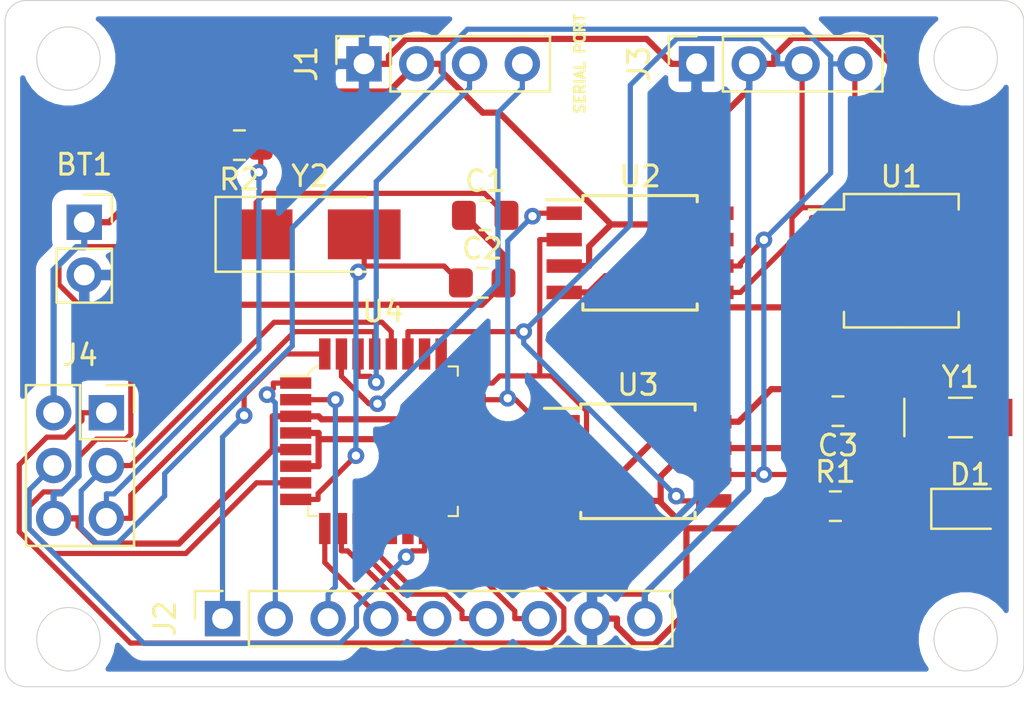
<source format=kicad_pcb>
(kicad_pcb (version 20171130) (host pcbnew "(5.1.6)-1")

  (general
    (thickness 1.6)
    (drawings 12)
    (tracks 345)
    (zones 0)
    (modules 17)
    (nets 32)
  )

  (page A4)
  (title_block
    (title "ARDUINO BACEE ")
    (date 2020-08-19)
    (rev 3)
    (company "RVD INDUSTRIES")
    (comment 1 VICKY)
  )

  (layers
    (0 F.Cu signal)
    (31 B.Cu mixed)
    (32 B.Adhes user)
    (33 F.Adhes user)
    (34 B.Paste user)
    (35 F.Paste user)
    (36 B.SilkS user)
    (37 F.SilkS user)
    (38 B.Mask user)
    (39 F.Mask user)
    (40 Dwgs.User user)
    (41 Cmts.User user)
    (42 Eco1.User user)
    (43 Eco2.User user)
    (44 Edge.Cuts user)
    (45 Margin user)
    (46 B.CrtYd user)
    (47 F.CrtYd user)
    (48 B.Fab user)
    (49 F.Fab user)
  )

  (setup
    (last_trace_width 0.25)
    (user_trace_width 0.3)
    (trace_clearance 0.2)
    (zone_clearance 0.508)
    (zone_45_only no)
    (trace_min 0.2)
    (via_size 0.8)
    (via_drill 0.4)
    (via_min_size 0.4)
    (via_min_drill 0.3)
    (user_via 1 0.6)
    (uvia_size 0.3)
    (uvia_drill 0.1)
    (uvias_allowed no)
    (uvia_min_size 0.2)
    (uvia_min_drill 0.1)
    (edge_width 0.05)
    (segment_width 0.2)
    (pcb_text_width 0.3)
    (pcb_text_size 1.5 1.5)
    (mod_edge_width 0.12)
    (mod_text_size 1 1)
    (mod_text_width 0.15)
    (pad_size 1.524 1.524)
    (pad_drill 0.762)
    (pad_to_mask_clearance 0.05)
    (aux_axis_origin 0 0)
    (visible_elements 7FFFFFFF)
    (pcbplotparams
      (layerselection 0x010fc_ffffffff)
      (usegerberextensions false)
      (usegerberattributes true)
      (usegerberadvancedattributes true)
      (creategerberjobfile true)
      (excludeedgelayer true)
      (linewidth 0.100000)
      (plotframeref false)
      (viasonmask false)
      (mode 1)
      (useauxorigin false)
      (hpglpennumber 1)
      (hpglpenspeed 20)
      (hpglpendiameter 15.000000)
      (psnegative false)
      (psa4output false)
      (plotreference true)
      (plotvalue true)
      (plotinvisibletext false)
      (padsonsilk false)
      (subtractmaskfromsilk false)
      (outputformat 1)
      (mirror false)
      (drillshape 1)
      (scaleselection 1)
      (outputdirectory ""))
  )

  (net 0 "")
  (net 1 /VCC)
  (net 2 GNDPWR)
  (net 3 "Net-(C1-Pad2)")
  (net 4 "Net-(C2-Pad1)")
  (net 5 "Net-(D1-Pad1)")
  (net 6 /SCL)
  (net 7 /RX)
  (net 8 /TX)
  (net 9 /D2)
  (net 10 /D3)
  (net 11 /D4)
  (net 12 /D5)
  (net 13 /D6)
  (net 14 /D7)
  (net 15 /D8)
  (net 16 /SDA)
  (net 17 /MISO)
  (net 18 /MOSI)
  (net 19 /RESET)
  (net 20 "Net-(U1-Pad2)")
  (net 21 "Net-(U1-Pad1)")
  (net 22 "Net-(U1-Pad7)")
  (net 23 /ADDS1)
  (net 24 /ADDS2)
  (net 25 "Net-(U4-Pad13)")
  (net 26 "Net-(U4-Pad14)")
  (net 27 "Net-(U4-Pad17)")
  (net 28 "Net-(U4-Pad19)")
  (net 29 "Net-(U4-Pad22)")
  (net 30 "Net-(U4-Pad25)")
  (net 31 "Net-(U4-Pad26)")

  (net_class Default "This is the default net class."
    (clearance 0.2)
    (trace_width 0.25)
    (via_dia 0.8)
    (via_drill 0.4)
    (uvia_dia 0.3)
    (uvia_drill 0.1)
    (add_net /ADDS1)
    (add_net /ADDS2)
    (add_net /D2)
    (add_net /D3)
    (add_net /D4)
    (add_net /D5)
    (add_net /D6)
    (add_net /D7)
    (add_net /D8)
    (add_net /MISO)
    (add_net /MOSI)
    (add_net /RESET)
    (add_net /RX)
    (add_net /SCL)
    (add_net /SDA)
    (add_net /TX)
    (add_net "Net-(C1-Pad2)")
    (add_net "Net-(C2-Pad1)")
    (add_net "Net-(D1-Pad1)")
    (add_net "Net-(U1-Pad1)")
    (add_net "Net-(U1-Pad2)")
    (add_net "Net-(U1-Pad7)")
    (add_net "Net-(U4-Pad13)")
    (add_net "Net-(U4-Pad14)")
    (add_net "Net-(U4-Pad17)")
    (add_net "Net-(U4-Pad19)")
    (add_net "Net-(U4-Pad22)")
    (add_net "Net-(U4-Pad25)")
    (add_net "Net-(U4-Pad26)")
  )

  (net_class power ""
    (clearance 0.2)
    (trace_width 0.3)
    (via_dia 1)
    (via_drill 0.6)
    (uvia_dia 0.3)
    (uvia_drill 0.1)
    (add_net /VCC)
    (add_net GNDPWR)
  )

  (module Package_SO:SO-8_5.3x6.2mm_P1.27mm (layer F.Cu) (tedit 5EA5315B) (tstamp 5F3D4931)
    (at 104.089 117.424)
    (descr "SO, 8 Pin (https://www.ti.com/lit/ml/msop001a/msop001a.pdf), generated with kicad-footprint-generator ipc_gullwing_generator.py")
    (tags "SO SO")
    (path /5F3BF2BF)
    (attr smd)
    (fp_text reference U1 (at 0 -4.05) (layer F.SilkS)
      (effects (font (size 1 1) (thickness 0.15)))
    )
    (fp_text value DS1337S+ (at 0 4.05) (layer F.Fab)
      (effects (font (size 1 1) (thickness 0.15)))
    )
    (fp_line (start 4.7 -3.35) (end -4.7 -3.35) (layer F.CrtYd) (width 0.05))
    (fp_line (start 4.7 3.35) (end 4.7 -3.35) (layer F.CrtYd) (width 0.05))
    (fp_line (start -4.7 3.35) (end 4.7 3.35) (layer F.CrtYd) (width 0.05))
    (fp_line (start -4.7 -3.35) (end -4.7 3.35) (layer F.CrtYd) (width 0.05))
    (fp_line (start -2.65 -2.1) (end -1.65 -3.1) (layer F.Fab) (width 0.1))
    (fp_line (start -2.65 3.1) (end -2.65 -2.1) (layer F.Fab) (width 0.1))
    (fp_line (start 2.65 3.1) (end -2.65 3.1) (layer F.Fab) (width 0.1))
    (fp_line (start 2.65 -3.1) (end 2.65 3.1) (layer F.Fab) (width 0.1))
    (fp_line (start -1.65 -3.1) (end 2.65 -3.1) (layer F.Fab) (width 0.1))
    (fp_line (start -2.76 -2.465) (end -4.45 -2.465) (layer F.SilkS) (width 0.12))
    (fp_line (start -2.76 -3.21) (end -2.76 -2.465) (layer F.SilkS) (width 0.12))
    (fp_line (start 0 -3.21) (end -2.76 -3.21) (layer F.SilkS) (width 0.12))
    (fp_line (start 2.76 -3.21) (end 2.76 -2.465) (layer F.SilkS) (width 0.12))
    (fp_line (start 0 -3.21) (end 2.76 -3.21) (layer F.SilkS) (width 0.12))
    (fp_line (start -2.76 3.21) (end -2.76 2.465) (layer F.SilkS) (width 0.12))
    (fp_line (start 0 3.21) (end -2.76 3.21) (layer F.SilkS) (width 0.12))
    (fp_line (start 2.76 3.21) (end 2.76 2.465) (layer F.SilkS) (width 0.12))
    (fp_line (start 0 3.21) (end 2.76 3.21) (layer F.SilkS) (width 0.12))
    (fp_text user %R (at 0 0) (layer F.Fab)
      (effects (font (size 1 1) (thickness 0.15)))
    )
    (pad 8 smd roundrect (at 3.5 -1.905) (size 1.9 0.6) (layers F.Cu F.Paste F.Mask) (roundrect_rratio 0.25)
      (net 1 /VCC))
    (pad 7 smd roundrect (at 3.5 -0.635) (size 1.9 0.6) (layers F.Cu F.Paste F.Mask) (roundrect_rratio 0.25)
      (net 22 "Net-(U1-Pad7)"))
    (pad 6 smd roundrect (at 3.5 0.635) (size 1.9 0.6) (layers F.Cu F.Paste F.Mask) (roundrect_rratio 0.25)
      (net 6 /SCL))
    (pad 5 smd roundrect (at 3.5 1.905) (size 1.9 0.6) (layers F.Cu F.Paste F.Mask) (roundrect_rratio 0.25)
      (net 16 /SDA))
    (pad 4 smd roundrect (at -3.5 1.905) (size 1.9 0.6) (layers F.Cu F.Paste F.Mask) (roundrect_rratio 0.25)
      (net 2 GNDPWR))
    (pad 3 smd roundrect (at -3.5 0.635) (size 1.9 0.6) (layers F.Cu F.Paste F.Mask) (roundrect_rratio 0.25))
    (pad 2 smd roundrect (at -3.5 -0.635) (size 1.9 0.6) (layers F.Cu F.Paste F.Mask) (roundrect_rratio 0.25)
      (net 20 "Net-(U1-Pad2)"))
    (pad 1 smd roundrect (at -3.5 -1.905) (size 1.9 0.6) (layers F.Cu F.Paste F.Mask) (roundrect_rratio 0.25)
      (net 21 "Net-(U1-Pad1)"))
    (model ${KISYS3DMOD}/Package_SO.3dshapes/SO-8_5.3x6.2mm_P1.27mm.wrl
      (at (xyz 0 0 0))
      (scale (xyz 1 1 1))
      (rotate (xyz 0 0 0))
    )
  )

  (module Connector_PinSocket_2.54mm:PinSocket_1x02_P2.54mm_Vertical (layer F.Cu) (tedit 5A19A420) (tstamp 5F3DE986)
    (at 64.77 115.57)
    (descr "Through hole straight socket strip, 1x02, 2.54mm pitch, single row (from Kicad 4.0.7), script generated")
    (tags "Through hole socket strip THT 1x02 2.54mm single row")
    (path /5F3B390F)
    (fp_text reference BT1 (at 0 -2.77) (layer F.SilkS)
      (effects (font (size 1 1) (thickness 0.15)))
    )
    (fp_text value "Battery 3V" (at 0 5.31) (layer F.Fab)
      (effects (font (size 1 1) (thickness 0.15)))
    )
    (fp_line (start -1.8 4.3) (end -1.8 -1.8) (layer F.CrtYd) (width 0.05))
    (fp_line (start 1.75 4.3) (end -1.8 4.3) (layer F.CrtYd) (width 0.05))
    (fp_line (start 1.75 -1.8) (end 1.75 4.3) (layer F.CrtYd) (width 0.05))
    (fp_line (start -1.8 -1.8) (end 1.75 -1.8) (layer F.CrtYd) (width 0.05))
    (fp_line (start 0 -1.33) (end 1.33 -1.33) (layer F.SilkS) (width 0.12))
    (fp_line (start 1.33 -1.33) (end 1.33 0) (layer F.SilkS) (width 0.12))
    (fp_line (start 1.33 1.27) (end 1.33 3.87) (layer F.SilkS) (width 0.12))
    (fp_line (start -1.33 3.87) (end 1.33 3.87) (layer F.SilkS) (width 0.12))
    (fp_line (start -1.33 1.27) (end -1.33 3.87) (layer F.SilkS) (width 0.12))
    (fp_line (start -1.33 1.27) (end 1.33 1.27) (layer F.SilkS) (width 0.12))
    (fp_line (start -1.27 3.81) (end -1.27 -1.27) (layer F.Fab) (width 0.1))
    (fp_line (start 1.27 3.81) (end -1.27 3.81) (layer F.Fab) (width 0.1))
    (fp_line (start 1.27 -0.635) (end 1.27 3.81) (layer F.Fab) (width 0.1))
    (fp_line (start 0.635 -1.27) (end 1.27 -0.635) (layer F.Fab) (width 0.1))
    (fp_line (start -1.27 -1.27) (end 0.635 -1.27) (layer F.Fab) (width 0.1))
    (fp_text user %R (at 0 1.27 90) (layer F.Fab)
      (effects (font (size 1 1) (thickness 0.15)))
    )
    (pad 1 thru_hole rect (at 0 0) (size 1.7 1.7) (drill 1) (layers *.Cu *.Mask)
      (net 1 /VCC))
    (pad 2 thru_hole oval (at 0 2.54) (size 1.7 1.7) (drill 1) (layers *.Cu *.Mask)
      (net 2 GNDPWR))
    (model ${KISYS3DMOD}/Connector_PinSocket_2.54mm.3dshapes/PinSocket_1x02_P2.54mm_Vertical.wrl
      (at (xyz 0 0 0))
      (scale (xyz 1 1 1))
      (rotate (xyz 0 0 0))
    )
  )

  (module Capacitor_SMD:C_0805_2012Metric_Pad1.15x1.40mm_HandSolder (layer F.Cu) (tedit 5B36C52B) (tstamp 5F3D484D)
    (at 84.065 115.24)
    (descr "Capacitor SMD 0805 (2012 Metric), square (rectangular) end terminal, IPC_7351 nominal with elongated pad for handsoldering. (Body size source: https://docs.google.com/spreadsheets/d/1BsfQQcO9C6DZCsRaXUlFlo91Tg2WpOkGARC1WS5S8t0/edit?usp=sharing), generated with kicad-footprint-generator")
    (tags "capacitor handsolder")
    (path /5F3B4421)
    (attr smd)
    (fp_text reference C1 (at 0 -1.65) (layer F.SilkS)
      (effects (font (size 1 1) (thickness 0.15)))
    )
    (fp_text value "22PICO FARAD" (at 0 1.65) (layer F.Fab)
      (effects (font (size 1 1) (thickness 0.15)))
    )
    (fp_line (start 1.85 0.95) (end -1.85 0.95) (layer F.CrtYd) (width 0.05))
    (fp_line (start 1.85 -0.95) (end 1.85 0.95) (layer F.CrtYd) (width 0.05))
    (fp_line (start -1.85 -0.95) (end 1.85 -0.95) (layer F.CrtYd) (width 0.05))
    (fp_line (start -1.85 0.95) (end -1.85 -0.95) (layer F.CrtYd) (width 0.05))
    (fp_line (start -0.261252 0.71) (end 0.261252 0.71) (layer F.SilkS) (width 0.12))
    (fp_line (start -0.261252 -0.71) (end 0.261252 -0.71) (layer F.SilkS) (width 0.12))
    (fp_line (start 1 0.6) (end -1 0.6) (layer F.Fab) (width 0.1))
    (fp_line (start 1 -0.6) (end 1 0.6) (layer F.Fab) (width 0.1))
    (fp_line (start -1 -0.6) (end 1 -0.6) (layer F.Fab) (width 0.1))
    (fp_line (start -1 0.6) (end -1 -0.6) (layer F.Fab) (width 0.1))
    (fp_text user %R (at 0 0) (layer F.Fab)
      (effects (font (size 0.5 0.5) (thickness 0.08)))
    )
    (pad 1 smd roundrect (at -1.025 0) (size 1.15 1.4) (layers F.Cu F.Paste F.Mask) (roundrect_rratio 0.217391)
      (net 2 GNDPWR))
    (pad 2 smd roundrect (at 1.025 0) (size 1.15 1.4) (layers F.Cu F.Paste F.Mask) (roundrect_rratio 0.217391)
      (net 3 "Net-(C1-Pad2)"))
    (model ${KISYS3DMOD}/Capacitor_SMD.3dshapes/C_0805_2012Metric.wrl
      (at (xyz 0 0 0))
      (scale (xyz 1 1 1))
      (rotate (xyz 0 0 0))
    )
  )

  (module Capacitor_SMD:C_0805_2012Metric_Pad1.15x1.40mm_HandSolder (layer F.Cu) (tedit 5B36C52B) (tstamp 5F3D485E)
    (at 83.9216 118.491)
    (descr "Capacitor SMD 0805 (2012 Metric), square (rectangular) end terminal, IPC_7351 nominal with elongated pad for handsoldering. (Body size source: https://docs.google.com/spreadsheets/d/1BsfQQcO9C6DZCsRaXUlFlo91Tg2WpOkGARC1WS5S8t0/edit?usp=sharing), generated with kicad-footprint-generator")
    (tags "capacitor handsolder")
    (path /5F3B4A3F)
    (attr smd)
    (fp_text reference C2 (at 0 -1.65) (layer F.SilkS)
      (effects (font (size 1 1) (thickness 0.15)))
    )
    (fp_text value "22PICO FARAD" (at 0 1.65) (layer F.Fab)
      (effects (font (size 1 1) (thickness 0.15)))
    )
    (fp_line (start -1 0.6) (end -1 -0.6) (layer F.Fab) (width 0.1))
    (fp_line (start -1 -0.6) (end 1 -0.6) (layer F.Fab) (width 0.1))
    (fp_line (start 1 -0.6) (end 1 0.6) (layer F.Fab) (width 0.1))
    (fp_line (start 1 0.6) (end -1 0.6) (layer F.Fab) (width 0.1))
    (fp_line (start -0.261252 -0.71) (end 0.261252 -0.71) (layer F.SilkS) (width 0.12))
    (fp_line (start -0.261252 0.71) (end 0.261252 0.71) (layer F.SilkS) (width 0.12))
    (fp_line (start -1.85 0.95) (end -1.85 -0.95) (layer F.CrtYd) (width 0.05))
    (fp_line (start -1.85 -0.95) (end 1.85 -0.95) (layer F.CrtYd) (width 0.05))
    (fp_line (start 1.85 -0.95) (end 1.85 0.95) (layer F.CrtYd) (width 0.05))
    (fp_line (start 1.85 0.95) (end -1.85 0.95) (layer F.CrtYd) (width 0.05))
    (fp_text user %R (at 0 0) (layer F.Fab)
      (effects (font (size 0.5 0.5) (thickness 0.08)))
    )
    (pad 2 smd roundrect (at 1.025 0) (size 1.15 1.4) (layers F.Cu F.Paste F.Mask) (roundrect_rratio 0.217391)
      (net 2 GNDPWR))
    (pad 1 smd roundrect (at -1.025 0) (size 1.15 1.4) (layers F.Cu F.Paste F.Mask) (roundrect_rratio 0.217391)
      (net 4 "Net-(C2-Pad1)"))
    (model ${KISYS3DMOD}/Capacitor_SMD.3dshapes/C_0805_2012Metric.wrl
      (at (xyz 0 0 0))
      (scale (xyz 1 1 1))
      (rotate (xyz 0 0 0))
    )
  )

  (module Capacitor_SMD:C_0805_2012Metric_Pad1.15x1.40mm_HandSolder (layer F.Cu) (tedit 5B36C52B) (tstamp 5F3D486F)
    (at 101.041 124.663 180)
    (descr "Capacitor SMD 0805 (2012 Metric), square (rectangular) end terminal, IPC_7351 nominal with elongated pad for handsoldering. (Body size source: https://docs.google.com/spreadsheets/d/1BsfQQcO9C6DZCsRaXUlFlo91Tg2WpOkGARC1WS5S8t0/edit?usp=sharing), generated with kicad-footprint-generator")
    (tags "capacitor handsolder")
    (path /5F3B537F)
    (attr smd)
    (fp_text reference C3 (at 0 -1.65) (layer F.SilkS)
      (effects (font (size 1 1) (thickness 0.15)))
    )
    (fp_text value "10MICRO FARAD" (at 0 1.65) (layer F.Fab)
      (effects (font (size 1 1) (thickness 0.15)))
    )
    (fp_line (start 1.85 0.95) (end -1.85 0.95) (layer F.CrtYd) (width 0.05))
    (fp_line (start 1.85 -0.95) (end 1.85 0.95) (layer F.CrtYd) (width 0.05))
    (fp_line (start -1.85 -0.95) (end 1.85 -0.95) (layer F.CrtYd) (width 0.05))
    (fp_line (start -1.85 0.95) (end -1.85 -0.95) (layer F.CrtYd) (width 0.05))
    (fp_line (start -0.261252 0.71) (end 0.261252 0.71) (layer F.SilkS) (width 0.12))
    (fp_line (start -0.261252 -0.71) (end 0.261252 -0.71) (layer F.SilkS) (width 0.12))
    (fp_line (start 1 0.6) (end -1 0.6) (layer F.Fab) (width 0.1))
    (fp_line (start 1 -0.6) (end 1 0.6) (layer F.Fab) (width 0.1))
    (fp_line (start -1 -0.6) (end 1 -0.6) (layer F.Fab) (width 0.1))
    (fp_line (start -1 0.6) (end -1 -0.6) (layer F.Fab) (width 0.1))
    (fp_text user %R (at 0 0) (layer F.Fab)
      (effects (font (size 0.5 0.5) (thickness 0.08)))
    )
    (pad 1 smd roundrect (at -1.025 0 180) (size 1.15 1.4) (layers F.Cu F.Paste F.Mask) (roundrect_rratio 0.217391)
      (net 1 /VCC))
    (pad 2 smd roundrect (at 1.025 0 180) (size 1.15 1.4) (layers F.Cu F.Paste F.Mask) (roundrect_rratio 0.217391)
      (net 2 GNDPWR))
    (model ${KISYS3DMOD}/Capacitor_SMD.3dshapes/C_0805_2012Metric.wrl
      (at (xyz 0 0 0))
      (scale (xyz 1 1 1))
      (rotate (xyz 0 0 0))
    )
  )

  (module LED_SMD:LED_0805_2012Metric_Pad1.15x1.40mm_HandSolder (layer F.Cu) (tedit 5B4B45C9) (tstamp 5F3D4882)
    (at 107.391 129.362)
    (descr "LED SMD 0805 (2012 Metric), square (rectangular) end terminal, IPC_7351 nominal, (Body size source: https://docs.google.com/spreadsheets/d/1BsfQQcO9C6DZCsRaXUlFlo91Tg2WpOkGARC1WS5S8t0/edit?usp=sharing), generated with kicad-footprint-generator")
    (tags "LED handsolder")
    (path /5F3B6541)
    (attr smd)
    (fp_text reference D1 (at 0 -1.65) (layer F.SilkS)
      (effects (font (size 1 1) (thickness 0.15)))
    )
    (fp_text value LED (at 0 1.65) (layer F.Fab)
      (effects (font (size 1 1) (thickness 0.15)))
    )
    (fp_line (start 1.85 0.95) (end -1.85 0.95) (layer F.CrtYd) (width 0.05))
    (fp_line (start 1.85 -0.95) (end 1.85 0.95) (layer F.CrtYd) (width 0.05))
    (fp_line (start -1.85 -0.95) (end 1.85 -0.95) (layer F.CrtYd) (width 0.05))
    (fp_line (start -1.85 0.95) (end -1.85 -0.95) (layer F.CrtYd) (width 0.05))
    (fp_line (start -1.86 0.96) (end 1 0.96) (layer F.SilkS) (width 0.12))
    (fp_line (start -1.86 -0.96) (end -1.86 0.96) (layer F.SilkS) (width 0.12))
    (fp_line (start 1 -0.96) (end -1.86 -0.96) (layer F.SilkS) (width 0.12))
    (fp_line (start 1 0.6) (end 1 -0.6) (layer F.Fab) (width 0.1))
    (fp_line (start -1 0.6) (end 1 0.6) (layer F.Fab) (width 0.1))
    (fp_line (start -1 -0.3) (end -1 0.6) (layer F.Fab) (width 0.1))
    (fp_line (start -0.7 -0.6) (end -1 -0.3) (layer F.Fab) (width 0.1))
    (fp_line (start 1 -0.6) (end -0.7 -0.6) (layer F.Fab) (width 0.1))
    (fp_text user %R (at 0 0) (layer F.Fab)
      (effects (font (size 0.5 0.5) (thickness 0.08)))
    )
    (pad 1 smd roundrect (at -1.025 0) (size 1.15 1.4) (layers F.Cu F.Paste F.Mask) (roundrect_rratio 0.217391)
      (net 5 "Net-(D1-Pad1)"))
    (pad 2 smd roundrect (at 1.025 0) (size 1.15 1.4) (layers F.Cu F.Paste F.Mask) (roundrect_rratio 0.217391)
      (net 6 /SCL))
    (model ${KISYS3DMOD}/LED_SMD.3dshapes/LED_0805_2012Metric.wrl
      (at (xyz 0 0 0))
      (scale (xyz 1 1 1))
      (rotate (xyz 0 0 0))
    )
  )

  (module Connector_PinSocket_2.54mm:PinSocket_1x04_P2.54mm_Vertical (layer F.Cu) (tedit 5A19A429) (tstamp 5F3D489A)
    (at 78.232 107.95 90)
    (descr "Through hole straight socket strip, 1x04, 2.54mm pitch, single row (from Kicad 4.0.7), script generated")
    (tags "Through hole socket strip THT 1x04 2.54mm single row")
    (path /5F3B9240/5F3BB655)
    (fp_text reference J1 (at 0 -2.77 90) (layer F.SilkS)
      (effects (font (size 1 1) (thickness 0.15)))
    )
    (fp_text value "SERIAL PORT" (at 0 10.39 90) (layer F.SilkS)
      (effects (font (size 0.5 0.5) (thickness 0.125)))
    )
    (fp_line (start -1.8 9.4) (end -1.8 -1.8) (layer F.CrtYd) (width 0.05))
    (fp_line (start 1.75 9.4) (end -1.8 9.4) (layer F.CrtYd) (width 0.05))
    (fp_line (start 1.75 -1.8) (end 1.75 9.4) (layer F.CrtYd) (width 0.05))
    (fp_line (start -1.8 -1.8) (end 1.75 -1.8) (layer F.CrtYd) (width 0.05))
    (fp_line (start 0 -1.33) (end 1.33 -1.33) (layer F.SilkS) (width 0.12))
    (fp_line (start 1.33 -1.33) (end 1.33 0) (layer F.SilkS) (width 0.12))
    (fp_line (start 1.33 1.27) (end 1.33 8.95) (layer F.SilkS) (width 0.12))
    (fp_line (start -1.33 8.95) (end 1.33 8.95) (layer F.SilkS) (width 0.12))
    (fp_line (start -1.33 1.27) (end -1.33 8.95) (layer F.SilkS) (width 0.12))
    (fp_line (start -1.33 1.27) (end 1.33 1.27) (layer F.SilkS) (width 0.12))
    (fp_line (start -1.27 8.89) (end -1.27 -1.27) (layer F.Fab) (width 0.1))
    (fp_line (start 1.27 8.89) (end -1.27 8.89) (layer F.Fab) (width 0.1))
    (fp_line (start 1.27 -0.635) (end 1.27 8.89) (layer F.Fab) (width 0.1))
    (fp_line (start 0.635 -1.27) (end 1.27 -0.635) (layer F.Fab) (width 0.1))
    (fp_line (start -1.27 -1.27) (end 0.635 -1.27) (layer F.Fab) (width 0.1))
    (fp_text user %R (at 0 3.81) (layer F.Fab)
      (effects (font (size 1 1) (thickness 0.15)))
    )
    (pad 1 thru_hole rect (at 0 0 90) (size 1.7 1.7) (drill 1) (layers *.Cu *.Mask)
      (net 2 GNDPWR))
    (pad 2 thru_hole oval (at 0 2.54 90) (size 1.7 1.7) (drill 1) (layers *.Cu *.Mask)
      (net 1 /VCC))
    (pad 3 thru_hole oval (at 0 5.08 90) (size 1.7 1.7) (drill 1) (layers *.Cu *.Mask)
      (net 7 /RX))
    (pad 4 thru_hole oval (at 0 7.62 90) (size 1.7 1.7) (drill 1) (layers *.Cu *.Mask)
      (net 8 /TX))
    (model ${KISYS3DMOD}/Connector_PinSocket_2.54mm.3dshapes/PinSocket_1x04_P2.54mm_Vertical.wrl
      (at (xyz 0 0 0))
      (scale (xyz 1 1 1))
      (rotate (xyz 0 0 0))
    )
  )

  (module Connector_PinSocket_2.54mm:PinSocket_1x09_P2.54mm_Vertical (layer F.Cu) (tedit 5A19A431) (tstamp 5F3D48B7)
    (at 71.4248 134.645 90)
    (descr "Through hole straight socket strip, 1x09, 2.54mm pitch, single row (from Kicad 4.0.7), script generated")
    (tags "Through hole socket strip THT 1x09 2.54mm single row")
    (path /5F3B9240/5F3B9969)
    (fp_text reference J2 (at 0 -2.77 90) (layer F.SilkS)
      (effects (font (size 1 1) (thickness 0.15)))
    )
    (fp_text value "DIGITAL PINS" (at 0 23.09 90) (layer F.Fab)
      (effects (font (size 1 1) (thickness 0.15)))
    )
    (fp_line (start -1.8 22.1) (end -1.8 -1.8) (layer F.CrtYd) (width 0.05))
    (fp_line (start 1.75 22.1) (end -1.8 22.1) (layer F.CrtYd) (width 0.05))
    (fp_line (start 1.75 -1.8) (end 1.75 22.1) (layer F.CrtYd) (width 0.05))
    (fp_line (start -1.8 -1.8) (end 1.75 -1.8) (layer F.CrtYd) (width 0.05))
    (fp_line (start 0 -1.33) (end 1.33 -1.33) (layer F.SilkS) (width 0.12))
    (fp_line (start 1.33 -1.33) (end 1.33 0) (layer F.SilkS) (width 0.12))
    (fp_line (start 1.33 1.27) (end 1.33 21.65) (layer F.SilkS) (width 0.12))
    (fp_line (start -1.33 21.65) (end 1.33 21.65) (layer F.SilkS) (width 0.12))
    (fp_line (start -1.33 1.27) (end -1.33 21.65) (layer F.SilkS) (width 0.12))
    (fp_line (start -1.33 1.27) (end 1.33 1.27) (layer F.SilkS) (width 0.12))
    (fp_line (start -1.27 21.59) (end -1.27 -1.27) (layer F.Fab) (width 0.1))
    (fp_line (start 1.27 21.59) (end -1.27 21.59) (layer F.Fab) (width 0.1))
    (fp_line (start 1.27 -0.635) (end 1.27 21.59) (layer F.Fab) (width 0.1))
    (fp_line (start 0.635 -1.27) (end 1.27 -0.635) (layer F.Fab) (width 0.1))
    (fp_line (start -1.27 -1.27) (end 0.635 -1.27) (layer F.Fab) (width 0.1))
    (fp_text user %R (at 0 10.16) (layer F.Fab)
      (effects (font (size 1 1) (thickness 0.15)))
    )
    (pad 1 thru_hole rect (at 0 0 90) (size 1.7 1.7) (drill 1) (layers *.Cu *.Mask)
      (net 9 /D2))
    (pad 2 thru_hole oval (at 0 2.54 90) (size 1.7 1.7) (drill 1) (layers *.Cu *.Mask)
      (net 10 /D3))
    (pad 3 thru_hole oval (at 0 5.08 90) (size 1.7 1.7) (drill 1) (layers *.Cu *.Mask)
      (net 11 /D4))
    (pad 4 thru_hole oval (at 0 7.62 90) (size 1.7 1.7) (drill 1) (layers *.Cu *.Mask)
      (net 12 /D5))
    (pad 5 thru_hole oval (at 0 10.16 90) (size 1.7 1.7) (drill 1) (layers *.Cu *.Mask)
      (net 13 /D6))
    (pad 6 thru_hole oval (at 0 12.7 90) (size 1.7 1.7) (drill 1) (layers *.Cu *.Mask)
      (net 14 /D7))
    (pad 7 thru_hole oval (at 0 15.24 90) (size 1.7 1.7) (drill 1) (layers *.Cu *.Mask)
      (net 15 /D8))
    (pad 8 thru_hole oval (at 0 17.78 90) (size 1.7 1.7) (drill 1) (layers *.Cu *.Mask)
      (net 2 GNDPWR))
    (pad 9 thru_hole oval (at 0 20.32 90) (size 1.7 1.7) (drill 1) (layers *.Cu *.Mask)
      (net 1 /VCC))
    (model ${KISYS3DMOD}/Connector_PinSocket_2.54mm.3dshapes/PinSocket_1x09_P2.54mm_Vertical.wrl
      (at (xyz 0 0 0))
      (scale (xyz 1 1 1))
      (rotate (xyz 0 0 0))
    )
  )

  (module Connector_PinSocket_2.54mm:PinSocket_1x04_P2.54mm_Vertical (layer F.Cu) (tedit 5A19A429) (tstamp 5F3D48CF)
    (at 94.234 107.95 90)
    (descr "Through hole straight socket strip, 1x04, 2.54mm pitch, single row (from Kicad 4.0.7), script generated")
    (tags "Through hole socket strip THT 1x04 2.54mm single row")
    (path /5F3B9240/5F3BA382)
    (fp_text reference J3 (at 0 -2.77 90) (layer F.SilkS)
      (effects (font (size 1 1) (thickness 0.15)))
    )
    (fp_text value I2C (at 0 10.39 90) (layer F.Fab)
      (effects (font (size 1 1) (thickness 0.15)))
    )
    (fp_line (start -1.27 -1.27) (end 0.635 -1.27) (layer F.Fab) (width 0.1))
    (fp_line (start 0.635 -1.27) (end 1.27 -0.635) (layer F.Fab) (width 0.1))
    (fp_line (start 1.27 -0.635) (end 1.27 8.89) (layer F.Fab) (width 0.1))
    (fp_line (start 1.27 8.89) (end -1.27 8.89) (layer F.Fab) (width 0.1))
    (fp_line (start -1.27 8.89) (end -1.27 -1.27) (layer F.Fab) (width 0.1))
    (fp_line (start -1.33 1.27) (end 1.33 1.27) (layer F.SilkS) (width 0.12))
    (fp_line (start -1.33 1.27) (end -1.33 8.95) (layer F.SilkS) (width 0.12))
    (fp_line (start -1.33 8.95) (end 1.33 8.95) (layer F.SilkS) (width 0.12))
    (fp_line (start 1.33 1.27) (end 1.33 8.95) (layer F.SilkS) (width 0.12))
    (fp_line (start 1.33 -1.33) (end 1.33 0) (layer F.SilkS) (width 0.12))
    (fp_line (start 0 -1.33) (end 1.33 -1.33) (layer F.SilkS) (width 0.12))
    (fp_line (start -1.8 -1.8) (end 1.75 -1.8) (layer F.CrtYd) (width 0.05))
    (fp_line (start 1.75 -1.8) (end 1.75 9.4) (layer F.CrtYd) (width 0.05))
    (fp_line (start 1.75 9.4) (end -1.8 9.4) (layer F.CrtYd) (width 0.05))
    (fp_line (start -1.8 9.4) (end -1.8 -1.8) (layer F.CrtYd) (width 0.05))
    (fp_text user %R (at 0 3.81) (layer F.Fab)
      (effects (font (size 1 1) (thickness 0.15)))
    )
    (pad 4 thru_hole oval (at 0 7.62 90) (size 1.7 1.7) (drill 1) (layers *.Cu *.Mask)
      (net 6 /SCL))
    (pad 3 thru_hole oval (at 0 5.08 90) (size 1.7 1.7) (drill 1) (layers *.Cu *.Mask)
      (net 16 /SDA))
    (pad 2 thru_hole oval (at 0 2.54 90) (size 1.7 1.7) (drill 1) (layers *.Cu *.Mask)
      (net 1 /VCC))
    (pad 1 thru_hole rect (at 0 0 90) (size 1.7 1.7) (drill 1) (layers *.Cu *.Mask)
      (net 2 GNDPWR))
    (model ${KISYS3DMOD}/Connector_PinSocket_2.54mm.3dshapes/PinSocket_1x04_P2.54mm_Vertical.wrl
      (at (xyz 0 0 0))
      (scale (xyz 1 1 1))
      (rotate (xyz 0 0 0))
    )
  )

  (module Connector_PinSocket_2.54mm:PinSocket_2x03_P2.54mm_Vertical (layer F.Cu) (tedit 5A19A425) (tstamp 5F3DD611)
    (at 65.8368 124.739)
    (descr "Through hole straight socket strip, 2x03, 2.54mm pitch, double cols (from Kicad 4.0.7), script generated")
    (tags "Through hole socket strip THT 2x03 2.54mm double row")
    (path /5F3B9240/5F3BAC4D)
    (fp_text reference J4 (at -1.27 -2.77) (layer F.SilkS)
      (effects (font (size 1 1) (thickness 0.15)))
    )
    (fp_text value "ICSP " (at -1.27 7.85) (layer F.Fab)
      (effects (font (size 1 1) (thickness 0.15)))
    )
    (fp_line (start -4.34 6.85) (end -4.34 -1.8) (layer F.CrtYd) (width 0.05))
    (fp_line (start 1.76 6.85) (end -4.34 6.85) (layer F.CrtYd) (width 0.05))
    (fp_line (start 1.76 -1.8) (end 1.76 6.85) (layer F.CrtYd) (width 0.05))
    (fp_line (start -4.34 -1.8) (end 1.76 -1.8) (layer F.CrtYd) (width 0.05))
    (fp_line (start 0 -1.33) (end 1.33 -1.33) (layer F.SilkS) (width 0.12))
    (fp_line (start 1.33 -1.33) (end 1.33 0) (layer F.SilkS) (width 0.12))
    (fp_line (start -1.27 -1.33) (end -1.27 1.27) (layer F.SilkS) (width 0.12))
    (fp_line (start -1.27 1.27) (end 1.33 1.27) (layer F.SilkS) (width 0.12))
    (fp_line (start 1.33 1.27) (end 1.33 6.41) (layer F.SilkS) (width 0.12))
    (fp_line (start -3.87 6.41) (end 1.33 6.41) (layer F.SilkS) (width 0.12))
    (fp_line (start -3.87 -1.33) (end -3.87 6.41) (layer F.SilkS) (width 0.12))
    (fp_line (start -3.87 -1.33) (end -1.27 -1.33) (layer F.SilkS) (width 0.12))
    (fp_line (start -3.81 6.35) (end -3.81 -1.27) (layer F.Fab) (width 0.1))
    (fp_line (start 1.27 6.35) (end -3.81 6.35) (layer F.Fab) (width 0.1))
    (fp_line (start 1.27 -0.27) (end 1.27 6.35) (layer F.Fab) (width 0.1))
    (fp_line (start 0.27 -1.27) (end 1.27 -0.27) (layer F.Fab) (width 0.1))
    (fp_line (start -3.81 -1.27) (end 0.27 -1.27) (layer F.Fab) (width 0.1))
    (fp_text user %R (at -1.27 2.54 90) (layer F.Fab)
      (effects (font (size 1 1) (thickness 0.15)))
    )
    (pad 1 thru_hole rect (at 0 0) (size 1.7 1.7) (drill 1) (layers *.Cu *.Mask)
      (net 17 /MISO))
    (pad 2 thru_hole oval (at -2.54 0) (size 1.7 1.7) (drill 1) (layers *.Cu *.Mask)
      (net 1 /VCC))
    (pad 3 thru_hole oval (at 0 2.54) (size 1.7 1.7) (drill 1) (layers *.Cu *.Mask)
      (net 6 /SCL))
    (pad 4 thru_hole oval (at -2.54 2.54) (size 1.7 1.7) (drill 1) (layers *.Cu *.Mask)
      (net 18 /MOSI))
    (pad 5 thru_hole oval (at 0 5.08) (size 1.7 1.7) (drill 1) (layers *.Cu *.Mask)
      (net 19 /RESET))
    (pad 6 thru_hole oval (at -2.54 5.08) (size 1.7 1.7) (drill 1) (layers *.Cu *.Mask)
      (net 2 GNDPWR))
    (model ${KISYS3DMOD}/Connector_PinSocket_2.54mm.3dshapes/PinSocket_2x03_P2.54mm_Vertical.wrl
      (at (xyz 0 0 0))
      (scale (xyz 1 1 1))
      (rotate (xyz 0 0 0))
    )
  )

  (module Resistor_SMD:R_0805_2012Metric_Pad1.15x1.40mm_HandSolder (layer F.Cu) (tedit 5B36C52B) (tstamp 5F3D48FC)
    (at 100.914 129.235)
    (descr "Resistor SMD 0805 (2012 Metric), square (rectangular) end terminal, IPC_7351 nominal with elongated pad for handsoldering. (Body size source: https://docs.google.com/spreadsheets/d/1BsfQQcO9C6DZCsRaXUlFlo91Tg2WpOkGARC1WS5S8t0/edit?usp=sharing), generated with kicad-footprint-generator")
    (tags "resistor handsolder")
    (path /5F3B6ED5)
    (attr smd)
    (fp_text reference R1 (at 0 -1.65) (layer F.SilkS)
      (effects (font (size 1 1) (thickness 0.15)))
    )
    (fp_text value "330 OHMS" (at 0 1.65) (layer F.Fab)
      (effects (font (size 1 1) (thickness 0.15)))
    )
    (fp_line (start 1.85 0.95) (end -1.85 0.95) (layer F.CrtYd) (width 0.05))
    (fp_line (start 1.85 -0.95) (end 1.85 0.95) (layer F.CrtYd) (width 0.05))
    (fp_line (start -1.85 -0.95) (end 1.85 -0.95) (layer F.CrtYd) (width 0.05))
    (fp_line (start -1.85 0.95) (end -1.85 -0.95) (layer F.CrtYd) (width 0.05))
    (fp_line (start -0.261252 0.71) (end 0.261252 0.71) (layer F.SilkS) (width 0.12))
    (fp_line (start -0.261252 -0.71) (end 0.261252 -0.71) (layer F.SilkS) (width 0.12))
    (fp_line (start 1 0.6) (end -1 0.6) (layer F.Fab) (width 0.1))
    (fp_line (start 1 -0.6) (end 1 0.6) (layer F.Fab) (width 0.1))
    (fp_line (start -1 -0.6) (end 1 -0.6) (layer F.Fab) (width 0.1))
    (fp_line (start -1 0.6) (end -1 -0.6) (layer F.Fab) (width 0.1))
    (fp_text user %R (at 0 0) (layer F.Fab)
      (effects (font (size 0.5 0.5) (thickness 0.08)))
    )
    (pad 1 smd roundrect (at -1.025 0) (size 1.15 1.4) (layers F.Cu F.Paste F.Mask) (roundrect_rratio 0.217391)
      (net 5 "Net-(D1-Pad1)"))
    (pad 2 smd roundrect (at 1.025 0) (size 1.15 1.4) (layers F.Cu F.Paste F.Mask) (roundrect_rratio 0.217391)
      (net 2 GNDPWR))
    (model ${KISYS3DMOD}/Resistor_SMD.3dshapes/R_0805_2012Metric.wrl
      (at (xyz 0 0 0))
      (scale (xyz 1 1 1))
      (rotate (xyz 0 0 0))
    )
  )

  (module Resistor_SMD:R_0805_2012Metric_Pad1.15x1.40mm_HandSolder (layer F.Cu) (tedit 5B36C52B) (tstamp 5F3D490D)
    (at 72.2376 111.862 180)
    (descr "Resistor SMD 0805 (2012 Metric), square (rectangular) end terminal, IPC_7351 nominal with elongated pad for handsoldering. (Body size source: https://docs.google.com/spreadsheets/d/1BsfQQcO9C6DZCsRaXUlFlo91Tg2WpOkGARC1WS5S8t0/edit?usp=sharing), generated with kicad-footprint-generator")
    (tags "resistor handsolder")
    (path /5F3B73FB)
    (attr smd)
    (fp_text reference R2 (at 0 -1.65) (layer F.SilkS)
      (effects (font (size 1 1) (thickness 0.15)))
    )
    (fp_text value "10K OHMS" (at 0 1.65) (layer F.Fab)
      (effects (font (size 1 1) (thickness 0.15)))
    )
    (fp_line (start -1 0.6) (end -1 -0.6) (layer F.Fab) (width 0.1))
    (fp_line (start -1 -0.6) (end 1 -0.6) (layer F.Fab) (width 0.1))
    (fp_line (start 1 -0.6) (end 1 0.6) (layer F.Fab) (width 0.1))
    (fp_line (start 1 0.6) (end -1 0.6) (layer F.Fab) (width 0.1))
    (fp_line (start -0.261252 -0.71) (end 0.261252 -0.71) (layer F.SilkS) (width 0.12))
    (fp_line (start -0.261252 0.71) (end 0.261252 0.71) (layer F.SilkS) (width 0.12))
    (fp_line (start -1.85 0.95) (end -1.85 -0.95) (layer F.CrtYd) (width 0.05))
    (fp_line (start -1.85 -0.95) (end 1.85 -0.95) (layer F.CrtYd) (width 0.05))
    (fp_line (start 1.85 -0.95) (end 1.85 0.95) (layer F.CrtYd) (width 0.05))
    (fp_line (start 1.85 0.95) (end -1.85 0.95) (layer F.CrtYd) (width 0.05))
    (fp_text user %R (at 0 0) (layer F.Fab)
      (effects (font (size 0.5 0.5) (thickness 0.08)))
    )
    (pad 2 smd roundrect (at 1.025 0 180) (size 1.15 1.4) (layers F.Cu F.Paste F.Mask) (roundrect_rratio 0.217391)
      (net 1 /VCC))
    (pad 1 smd roundrect (at -1.025 0 180) (size 1.15 1.4) (layers F.Cu F.Paste F.Mask) (roundrect_rratio 0.217391)
      (net 19 /RESET))
    (model ${KISYS3DMOD}/Resistor_SMD.3dshapes/R_0805_2012Metric.wrl
      (at (xyz 0 0 0))
      (scale (xyz 1 1 1))
      (rotate (xyz 0 0 0))
    )
  )

  (module Package_SO:SOIJ-8_5.3x5.3mm_P1.27mm (layer F.Cu) (tedit 5A02F2D3) (tstamp 5F3D494E)
    (at 91.5162 117.043)
    (descr "8-Lead Plastic Small Outline (SM) - Medium, 5.28 mm Body [SOIC] (see Microchip Packaging Specification 00000049BS.pdf)")
    (tags "SOIC 1.27")
    (path /5F3B7F94)
    (attr smd)
    (fp_text reference U2 (at 0 -3.68) (layer F.SilkS)
      (effects (font (size 1 1) (thickness 0.15)))
    )
    (fp_text value 24LC1025 (at 0 3.68) (layer F.Fab)
      (effects (font (size 1 1) (thickness 0.15)))
    )
    (fp_line (start -2.75 -2.55) (end -4.5 -2.55) (layer F.SilkS) (width 0.15))
    (fp_line (start -2.75 2.755) (end 2.75 2.755) (layer F.SilkS) (width 0.15))
    (fp_line (start -2.75 -2.755) (end 2.75 -2.755) (layer F.SilkS) (width 0.15))
    (fp_line (start -2.75 2.755) (end -2.75 2.455) (layer F.SilkS) (width 0.15))
    (fp_line (start 2.75 2.755) (end 2.75 2.455) (layer F.SilkS) (width 0.15))
    (fp_line (start 2.75 -2.755) (end 2.75 -2.455) (layer F.SilkS) (width 0.15))
    (fp_line (start -2.75 -2.755) (end -2.75 -2.55) (layer F.SilkS) (width 0.15))
    (fp_line (start -4.75 2.95) (end 4.75 2.95) (layer F.CrtYd) (width 0.05))
    (fp_line (start -4.75 -2.95) (end 4.75 -2.95) (layer F.CrtYd) (width 0.05))
    (fp_line (start 4.75 -2.95) (end 4.75 2.95) (layer F.CrtYd) (width 0.05))
    (fp_line (start -4.75 -2.95) (end -4.75 2.95) (layer F.CrtYd) (width 0.05))
    (fp_line (start -2.65 -1.65) (end -1.65 -2.65) (layer F.Fab) (width 0.15))
    (fp_line (start -2.65 2.65) (end -2.65 -1.65) (layer F.Fab) (width 0.15))
    (fp_line (start 2.65 2.65) (end -2.65 2.65) (layer F.Fab) (width 0.15))
    (fp_line (start 2.65 -2.65) (end 2.65 2.65) (layer F.Fab) (width 0.15))
    (fp_line (start -1.65 -2.65) (end 2.65 -2.65) (layer F.Fab) (width 0.15))
    (fp_text user %R (at 0 0) (layer F.Fab)
      (effects (font (size 1 1) (thickness 0.15)))
    )
    (pad 1 smd rect (at -3.65 -1.905) (size 1.7 0.65) (layers F.Cu F.Paste F.Mask)
      (net 23 /ADDS1))
    (pad 2 smd rect (at -3.65 -0.635) (size 1.7 0.65) (layers F.Cu F.Paste F.Mask)
      (net 24 /ADDS2))
    (pad 3 smd rect (at -3.65 0.635) (size 1.7 0.65) (layers F.Cu F.Paste F.Mask)
      (net 1 /VCC))
    (pad 4 smd rect (at -3.65 1.905) (size 1.7 0.65) (layers F.Cu F.Paste F.Mask)
      (net 2 GNDPWR))
    (pad 5 smd rect (at 3.65 1.905) (size 1.7 0.65) (layers F.Cu F.Paste F.Mask)
      (net 16 /SDA))
    (pad 6 smd rect (at 3.65 0.635) (size 1.7 0.65) (layers F.Cu F.Paste F.Mask)
      (net 6 /SCL))
    (pad 7 smd rect (at 3.65 -0.635) (size 1.7 0.65) (layers F.Cu F.Paste F.Mask)
      (net 2 GNDPWR))
    (pad 8 smd rect (at 3.65 -1.905) (size 1.7 0.65) (layers F.Cu F.Paste F.Mask)
      (net 1 /VCC))
    (model ${KISYS3DMOD}/Package_SO.3dshapes/SOIJ-8_5.3x5.3mm_P1.27mm.wrl
      (at (xyz 0 0 0))
      (scale (xyz 1 1 1))
      (rotate (xyz 0 0 0))
    )
  )

  (module Package_SO:SOIJ-8_5.3x5.3mm_P1.27mm (layer F.Cu) (tedit 5A02F2D3) (tstamp 5F3D496B)
    (at 91.4146 127.076)
    (descr "8-Lead Plastic Small Outline (SM) - Medium, 5.28 mm Body [SOIC] (see Microchip Packaging Specification 00000049BS.pdf)")
    (tags "SOIC 1.27")
    (path /5F3CDF8D)
    (attr smd)
    (fp_text reference U3 (at 0 -3.68) (layer F.SilkS)
      (effects (font (size 1 1) (thickness 0.15)))
    )
    (fp_text value 24LC1025 (at 0 3.68) (layer F.Fab)
      (effects (font (size 1 1) (thickness 0.15)))
    )
    (fp_line (start -1.65 -2.65) (end 2.65 -2.65) (layer F.Fab) (width 0.15))
    (fp_line (start 2.65 -2.65) (end 2.65 2.65) (layer F.Fab) (width 0.15))
    (fp_line (start 2.65 2.65) (end -2.65 2.65) (layer F.Fab) (width 0.15))
    (fp_line (start -2.65 2.65) (end -2.65 -1.65) (layer F.Fab) (width 0.15))
    (fp_line (start -2.65 -1.65) (end -1.65 -2.65) (layer F.Fab) (width 0.15))
    (fp_line (start -4.75 -2.95) (end -4.75 2.95) (layer F.CrtYd) (width 0.05))
    (fp_line (start 4.75 -2.95) (end 4.75 2.95) (layer F.CrtYd) (width 0.05))
    (fp_line (start -4.75 -2.95) (end 4.75 -2.95) (layer F.CrtYd) (width 0.05))
    (fp_line (start -4.75 2.95) (end 4.75 2.95) (layer F.CrtYd) (width 0.05))
    (fp_line (start -2.75 -2.755) (end -2.75 -2.55) (layer F.SilkS) (width 0.15))
    (fp_line (start 2.75 -2.755) (end 2.75 -2.455) (layer F.SilkS) (width 0.15))
    (fp_line (start 2.75 2.755) (end 2.75 2.455) (layer F.SilkS) (width 0.15))
    (fp_line (start -2.75 2.755) (end -2.75 2.455) (layer F.SilkS) (width 0.15))
    (fp_line (start -2.75 -2.755) (end 2.75 -2.755) (layer F.SilkS) (width 0.15))
    (fp_line (start -2.75 2.755) (end 2.75 2.755) (layer F.SilkS) (width 0.15))
    (fp_line (start -2.75 -2.55) (end -4.5 -2.55) (layer F.SilkS) (width 0.15))
    (fp_text user %R (at 0 0) (layer F.Fab)
      (effects (font (size 1 1) (thickness 0.15)))
    )
    (pad 8 smd rect (at 3.65 -1.905) (size 1.7 0.65) (layers F.Cu F.Paste F.Mask)
      (net 1 /VCC))
    (pad 7 smd rect (at 3.65 -0.635) (size 1.7 0.65) (layers F.Cu F.Paste F.Mask)
      (net 2 GNDPWR))
    (pad 6 smd rect (at 3.65 0.635) (size 1.7 0.65) (layers F.Cu F.Paste F.Mask)
      (net 6 /SCL))
    (pad 5 smd rect (at 3.65 1.905) (size 1.7 0.65) (layers F.Cu F.Paste F.Mask)
      (net 16 /SDA))
    (pad 4 smd rect (at -3.65 1.905) (size 1.7 0.65) (layers F.Cu F.Paste F.Mask)
      (net 2 GNDPWR))
    (pad 3 smd rect (at -3.65 0.635) (size 1.7 0.65) (layers F.Cu F.Paste F.Mask)
      (net 1 /VCC))
    (pad 2 smd rect (at -3.65 -0.635) (size 1.7 0.65) (layers F.Cu F.Paste F.Mask)
      (net 24 /ADDS2))
    (pad 1 smd rect (at -3.65 -1.905) (size 1.7 0.65) (layers F.Cu F.Paste F.Mask)
      (net 23 /ADDS1))
    (model ${KISYS3DMOD}/Package_SO.3dshapes/SOIJ-8_5.3x5.3mm_P1.27mm.wrl
      (at (xyz 0 0 0))
      (scale (xyz 1 1 1))
      (rotate (xyz 0 0 0))
    )
  )

  (module digikey-footprints:TQFP-32_7x7mm (layer F.Cu) (tedit 5D28AA5E) (tstamp 5F3D49A3)
    (at 79.1464 126.111)
    (descr http://www.atmel.com/Images/Atmel-8826-SEEPROM-PCB-Mounting-Guidelines-Surface-Mount-Packages-ApplicationNote.pdf)
    (path /5F3BC19C)
    (attr smd)
    (fp_text reference U4 (at 0 -6.25) (layer F.SilkS)
      (effects (font (size 1 1) (thickness 0.15)))
    )
    (fp_text value ATMEGA328P-AU (at 0 6.2) (layer F.Fab)
      (effects (font (size 1 1) (thickness 0.15)))
    )
    (fp_line (start 3.5 -3.5) (end 3.5 3.5) (layer F.Fab) (width 0.1))
    (fp_line (start -3.5 3.5) (end 3.5 3.5) (layer F.Fab) (width 0.1))
    (fp_line (start -3.5 -3.2) (end -3.2 -3.5) (layer F.Fab) (width 0.1))
    (fp_line (start -3.2 -3.5) (end 3.5 -3.5) (layer F.Fab) (width 0.1))
    (fp_line (start -3.5 -3.2) (end -3.5 3.5) (layer F.Fab) (width 0.1))
    (fp_line (start -3.6 3.6) (end -3.6 3.15) (layer F.SilkS) (width 0.1))
    (fp_line (start -3.6 3.6) (end -3.15 3.6) (layer F.SilkS) (width 0.1))
    (fp_line (start 3.6 3.6) (end 3.15 3.6) (layer F.SilkS) (width 0.1))
    (fp_line (start 3.6 3.6) (end 3.6 3.15) (layer F.SilkS) (width 0.1))
    (fp_line (start 3.6 -3.6) (end 3.6 -3.15) (layer F.SilkS) (width 0.1))
    (fp_line (start 3.6 -3.6) (end 3.15 -3.6) (layer F.SilkS) (width 0.1))
    (fp_line (start -3.6 -3.15) (end -4.9 -3.15) (layer F.SilkS) (width 0.1))
    (fp_line (start -3.6 -3.25) (end -3.6 -3.15) (layer F.SilkS) (width 0.1))
    (fp_line (start -3.25 -3.6) (end -3.6 -3.25) (layer F.SilkS) (width 0.1))
    (fp_line (start -3.15 -3.6) (end -3.25 -3.6) (layer F.SilkS) (width 0.1))
    (fp_line (start -5.2 -5.2) (end 5.2 -5.2) (layer F.CrtYd) (width 0.05))
    (fp_line (start 5.2 -5.2) (end 5.2 5.2) (layer F.CrtYd) (width 0.05))
    (fp_line (start -5.2 -5.2) (end -5.2 5.2) (layer F.CrtYd) (width 0.05))
    (fp_line (start -5.2 5.2) (end 5.2 5.2) (layer F.CrtYd) (width 0.05))
    (fp_text user %R (at 0 0) (layer F.Fab)
      (effects (font (size 1 1) (thickness 0.15)))
    )
    (pad 9 smd rect (at -2.8 4.2) (size 0.55 1.5) (layers F.Cu F.Paste F.Mask)
      (net 12 /D5))
    (pad 1 smd rect (at -4.2 -2.8) (size 1.5 0.55) (layers F.Cu F.Paste F.Mask)
      (net 10 /D3))
    (pad 2 smd rect (at -4.2 -2) (size 1.5 0.55) (layers F.Cu F.Paste F.Mask)
      (net 11 /D4))
    (pad 3 smd rect (at -4.2 -1.2) (size 1.5 0.55) (layers F.Cu F.Paste F.Mask)
      (net 2 GNDPWR))
    (pad 4 smd rect (at -4.2 -0.4) (size 1.5 0.55) (layers F.Cu F.Paste F.Mask)
      (net 1 /VCC))
    (pad 5 smd rect (at -4.2 0.4) (size 1.5 0.55) (layers F.Cu F.Paste F.Mask)
      (net 2 GNDPWR))
    (pad 6 smd rect (at -4.2 1.2) (size 1.5 0.55) (layers F.Cu F.Paste F.Mask)
      (net 1 /VCC))
    (pad 7 smd rect (at -4.2 2) (size 1.5 0.55) (layers F.Cu F.Paste F.Mask)
      (net 3 "Net-(C1-Pad2)"))
    (pad 8 smd rect (at -4.2 2.8) (size 1.5 0.55) (layers F.Cu F.Paste F.Mask)
      (net 4 "Net-(C2-Pad1)"))
    (pad 10 smd rect (at -2 4.2) (size 0.55 1.5) (layers F.Cu F.Paste F.Mask)
      (net 13 /D6))
    (pad 11 smd rect (at -1.2 4.2) (size 0.55 1.5) (layers F.Cu F.Paste F.Mask)
      (net 14 /D7))
    (pad 12 smd rect (at -0.4 4.2) (size 0.55 1.5) (layers F.Cu F.Paste F.Mask)
      (net 15 /D8))
    (pad 13 smd rect (at 0.4 4.2) (size 0.55 1.5) (layers F.Cu F.Paste F.Mask)
      (net 25 "Net-(U4-Pad13)"))
    (pad 14 smd rect (at 1.2 4.2) (size 0.55 1.5) (layers F.Cu F.Paste F.Mask)
      (net 26 "Net-(U4-Pad14)"))
    (pad 15 smd rect (at 2 4.2) (size 0.55 1.5) (layers F.Cu F.Paste F.Mask)
      (net 18 /MOSI))
    (pad 16 smd rect (at 2.8 4.2) (size 0.55 1.5) (layers F.Cu F.Paste F.Mask)
      (net 17 /MISO))
    (pad 17 smd rect (at 4.2 2.8) (size 1.5 0.55) (layers F.Cu F.Paste F.Mask)
      (net 27 "Net-(U4-Pad17)"))
    (pad 18 smd rect (at 4.2 2) (size 1.5 0.55) (layers F.Cu F.Paste F.Mask)
      (net 1 /VCC))
    (pad 19 smd rect (at 4.2 1.2) (size 1.5 0.55) (layers F.Cu F.Paste F.Mask)
      (net 28 "Net-(U4-Pad19)"))
    (pad 20 smd rect (at 4.2 0.4) (size 1.5 0.55) (layers F.Cu F.Paste F.Mask)
      (net 1 /VCC))
    (pad 21 smd rect (at 4.2 -0.4) (size 1.5 0.55) (layers F.Cu F.Paste F.Mask)
      (net 2 GNDPWR))
    (pad 22 smd rect (at 4.2 -1.2) (size 1.5 0.55) (layers F.Cu F.Paste F.Mask)
      (net 29 "Net-(U4-Pad22)"))
    (pad 23 smd rect (at 4.2 -2) (size 1.5 0.55) (layers F.Cu F.Paste F.Mask)
      (net 23 /ADDS1))
    (pad 24 smd rect (at 4.2 -2.8) (size 1.5 0.55) (layers F.Cu F.Paste F.Mask)
      (net 24 /ADDS2))
    (pad 25 smd rect (at 2.8 -4.2) (size 0.55 1.5) (layers F.Cu F.Paste F.Mask)
      (net 30 "Net-(U4-Pad25)"))
    (pad 26 smd rect (at 2 -4.2) (size 0.55 1.5) (layers F.Cu F.Paste F.Mask)
      (net 31 "Net-(U4-Pad26)"))
    (pad 27 smd rect (at 1.2 -4.2) (size 0.55 1.5) (layers F.Cu F.Paste F.Mask)
      (net 16 /SDA))
    (pad 28 smd rect (at 0.4 -4.2) (size 0.55 1.5) (layers F.Cu F.Paste F.Mask)
      (net 6 /SCL))
    (pad 29 smd rect (at -0.4 -4.2) (size 0.55 1.5) (layers F.Cu F.Paste F.Mask)
      (net 19 /RESET))
    (pad 30 smd rect (at -1.2 -4.2) (size 0.55 1.5) (layers F.Cu F.Paste F.Mask)
      (net 7 /RX))
    (pad 31 smd rect (at -2 -4.2) (size 0.55 1.5) (layers F.Cu F.Paste F.Mask)
      (net 8 /TX))
    (pad 32 smd rect (at -2.8 -4.2) (size 0.55 1.5) (layers F.Cu F.Paste F.Mask)
      (net 9 /D2))
  )

  (module Crystal:Crystal_SMD_MicroCrystal_CC7V-T1A-2Pin_3.2x1.5mm_HandSoldering (layer F.Cu) (tedit 5A0FD1B2) (tstamp 5F3D49B6)
    (at 106.934 124.968)
    (descr "SMD Crystal MicroCrystal CC7V-T1A/CM7V-T1A series http://www.microcrystal.com/images/_Product-Documentation/01_TF_ceramic_Packages/01_Datasheet/CC1V-T1A.pdf, hand-soldering, 3.2x1.5mm^2 package")
    (tags "SMD SMT crystal hand-soldering")
    (path /5F3BFF71)
    (attr smd)
    (fp_text reference Y1 (at 0 -1.95) (layer F.SilkS)
      (effects (font (size 1 1) (thickness 0.15)))
    )
    (fp_text value "32 MHZ" (at 0 1.95) (layer F.Fab)
      (effects (font (size 1 1) (thickness 0.15)))
    )
    (fp_line (start 2.8 -1.2) (end -2.8 -1.2) (layer F.CrtYd) (width 0.05))
    (fp_line (start 2.8 1.2) (end 2.8 -1.2) (layer F.CrtYd) (width 0.05))
    (fp_line (start -2.8 1.2) (end 2.8 1.2) (layer F.CrtYd) (width 0.05))
    (fp_line (start -2.8 -1.2) (end -2.8 1.2) (layer F.CrtYd) (width 0.05))
    (fp_line (start -2.7 -0.9) (end -2.7 0.9) (layer F.SilkS) (width 0.12))
    (fp_line (start -0.55 0.95) (end 0.55 0.95) (layer F.SilkS) (width 0.12))
    (fp_line (start -0.55 -0.95) (end 0.55 -0.95) (layer F.SilkS) (width 0.12))
    (fp_line (start -1.6 0.25) (end -1.1 0.75) (layer F.Fab) (width 0.1))
    (fp_line (start 1.6 -0.75) (end -1.6 -0.75) (layer F.Fab) (width 0.1))
    (fp_line (start 1.6 0.75) (end 1.6 -0.75) (layer F.Fab) (width 0.1))
    (fp_line (start -1.6 0.75) (end 1.6 0.75) (layer F.Fab) (width 0.1))
    (fp_line (start -1.6 -0.75) (end -1.6 0.75) (layer F.Fab) (width 0.1))
    (fp_text user %R (at 0 0) (layer F.Fab)
      (effects (font (size 0.7 0.7) (thickness 0.105)))
    )
    (pad 1 smd rect (at -1.625 0) (size 1.75 1.8) (layers F.Cu F.Paste F.Mask)
      (net 21 "Net-(U1-Pad1)"))
    (pad 2 smd rect (at 1.625 0) (size 1.75 1.8) (layers F.Cu F.Paste F.Mask)
      (net 20 "Net-(U1-Pad2)"))
    (model ${KISYS3DMOD}/Crystal.3dshapes/Crystal_SMD_MicroCrystal_CC7V-T1A-2Pin_3.2x1.5mm_HandSoldering.wrl
      (at (xyz 0 0 0))
      (scale (xyz 1 1 1))
      (rotate (xyz 0 0 0))
    )
  )

  (module Crystal:Crystal_SMD_5032-2Pin_5.0x3.2mm_HandSoldering (layer F.Cu) (tedit 5A0FD1B2) (tstamp 5F3DE8F7)
    (at 75.6412 116.154)
    (descr "SMD Crystal SERIES SMD2520/2 http://www.icbase.com/File/PDF/HKC/HKC00061008.pdf, hand-soldering, 5.0x3.2mm^2 package")
    (tags "SMD SMT crystal hand-soldering")
    (path /5F3C09C8)
    (attr smd)
    (fp_text reference Y2 (at 0 -2.8) (layer F.SilkS)
      (effects (font (size 1 1) (thickness 0.15)))
    )
    (fp_text value 16MHZ (at 0 2.8) (layer F.Fab)
      (effects (font (size 1 1) (thickness 0.15)))
    )
    (fp_circle (center 0 0) (end 0.093333 0) (layer F.Adhes) (width 0.186667))
    (fp_circle (center 0 0) (end 0.213333 0) (layer F.Adhes) (width 0.133333))
    (fp_circle (center 0 0) (end 0.333333 0) (layer F.Adhes) (width 0.133333))
    (fp_circle (center 0 0) (end 0.4 0) (layer F.Adhes) (width 0.1))
    (fp_line (start 4.6 -1.9) (end -4.6 -1.9) (layer F.CrtYd) (width 0.05))
    (fp_line (start 4.6 1.9) (end 4.6 -1.9) (layer F.CrtYd) (width 0.05))
    (fp_line (start -4.6 1.9) (end 4.6 1.9) (layer F.CrtYd) (width 0.05))
    (fp_line (start -4.6 -1.9) (end -4.6 1.9) (layer F.CrtYd) (width 0.05))
    (fp_line (start -4.55 1.8) (end 2.7 1.8) (layer F.SilkS) (width 0.12))
    (fp_line (start -4.55 -1.8) (end -4.55 1.8) (layer F.SilkS) (width 0.12))
    (fp_line (start 2.7 -1.8) (end -4.55 -1.8) (layer F.SilkS) (width 0.12))
    (fp_line (start -2.5 0.6) (end -1.5 1.6) (layer F.Fab) (width 0.1))
    (fp_line (start -2.5 -1.4) (end -2.3 -1.6) (layer F.Fab) (width 0.1))
    (fp_line (start -2.5 1.4) (end -2.5 -1.4) (layer F.Fab) (width 0.1))
    (fp_line (start -2.3 1.6) (end -2.5 1.4) (layer F.Fab) (width 0.1))
    (fp_line (start 2.3 1.6) (end -2.3 1.6) (layer F.Fab) (width 0.1))
    (fp_line (start 2.5 1.4) (end 2.3 1.6) (layer F.Fab) (width 0.1))
    (fp_line (start 2.5 -1.4) (end 2.5 1.4) (layer F.Fab) (width 0.1))
    (fp_line (start 2.3 -1.6) (end 2.5 -1.4) (layer F.Fab) (width 0.1))
    (fp_line (start -2.3 -1.6) (end 2.3 -1.6) (layer F.Fab) (width 0.1))
    (fp_text user %R (at 0 0) (layer F.Fab)
      (effects (font (size 1 1) (thickness 0.15)))
    )
    (pad 1 smd rect (at -2.6 0) (size 3.5 2.4) (layers F.Cu F.Paste F.Mask)
      (net 3 "Net-(C1-Pad2)"))
    (pad 2 smd rect (at 2.6 0) (size 3.5 2.4) (layers F.Cu F.Paste F.Mask)
      (net 4 "Net-(C2-Pad1)"))
    (model ${KISYS3DMOD}/Crystal.3dshapes/Crystal_SMD_5032-2Pin_5.0x3.2mm_HandSoldering.wrl
      (at (xyz 0 0 0))
      (scale (xyz 1 1 1))
      (rotate (xyz 0 0 0))
    )
  )

  (gr_circle (center 64.008 135.636) (end 62.484 135.636) (layer Edge.Cuts) (width 0.05) (tstamp 5F3DF301))
  (gr_circle (center 107.188 135.636) (end 105.664 135.636) (layer Edge.Cuts) (width 0.05) (tstamp 5F3DF2FF))
  (gr_circle (center 107.188 107.696) (end 105.664 107.696) (layer Edge.Cuts) (width 0.05) (tstamp 5F3DF2FD))
  (gr_circle (center 64.008 107.696) (end 62.484 107.696) (layer Edge.Cuts) (width 0.05))
  (gr_line (start 60.96 105.918) (end 60.96 136.906) (layer Edge.Cuts) (width 0.05) (tstamp 5F3DF139))
  (gr_line (start 108.966 104.902) (end 61.976 104.902) (layer Edge.Cuts) (width 0.05) (tstamp 5F3DF138))
  (gr_line (start 109.982 136.906) (end 109.982 105.918) (layer Edge.Cuts) (width 0.05) (tstamp 5F3DF137))
  (gr_line (start 61.976 137.922) (end 108.966 137.922) (layer Edge.Cuts) (width 0.05) (tstamp 5F3DF136))
  (gr_arc (start 61.976 136.906) (end 60.96 136.906) (angle -90) (layer Edge.Cuts) (width 0.05))
  (gr_arc (start 108.966 136.906) (end 108.966 137.922) (angle -90) (layer Edge.Cuts) (width 0.05))
  (gr_arc (start 108.966 105.918) (end 109.982 105.918) (angle -90) (layer Edge.Cuts) (width 0.05))
  (gr_arc (start 61.976 105.918) (end 61.976 104.902) (angle -90) (layer Edge.Cuts) (width 0.05))

  (segment (start 96.774 107.95) (end 96.774 109.1503) (width 0.3) (layer B.Cu) (net 1))
  (segment (start 87.7646 127.711) (end 90.5412 127.711) (width 0.3) (layer F.Cu) (net 1))
  (segment (start 90.5412 127.711) (end 93.0812 125.171) (width 0.3) (layer F.Cu) (net 1))
  (segment (start 93.0812 125.171) (end 95.0646 125.171) (width 0.3) (layer F.Cu) (net 1))
  (segment (start 87.1645 127.711) (end 87.7646 127.711) (width 0.3) (layer F.Cu) (net 1))
  (segment (start 87.1645 127.711) (end 86.5643 127.711) (width 0.3) (layer F.Cu) (net 1))
  (segment (start 96.774 109.1503) (end 96.7197 109.2046) (width 0.3) (layer B.Cu) (net 1))
  (segment (start 96.7197 109.2046) (end 96.7197 128.4698) (width 0.3) (layer B.Cu) (net 1))
  (segment (start 96.7197 128.4698) (end 91.7448 133.4447) (width 0.3) (layer B.Cu) (net 1))
  (segment (start 64.77 115.57) (end 64.77 116.7703) (width 0.3) (layer B.Cu) (net 1))
  (segment (start 64.77 116.7703) (end 64.3949 116.7703) (width 0.3) (layer B.Cu) (net 1))
  (segment (start 64.3949 116.7703) (end 63.2968 117.8684) (width 0.3) (layer B.Cu) (net 1))
  (segment (start 63.2968 117.8684) (end 63.2968 124.739) (width 0.3) (layer B.Cu) (net 1))
  (segment (start 86.5643 127.711) (end 86.5643 129.4645) (width 0.3) (layer F.Cu) (net 1))
  (segment (start 86.5643 129.4645) (end 90.5445 133.4447) (width 0.3) (layer F.Cu) (net 1))
  (segment (start 90.5445 133.4447) (end 91.7448 133.4447) (width 0.3) (layer F.Cu) (net 1))
  (segment (start 91.7448 134.645) (end 91.7448 133.4447) (width 0.3) (layer F.Cu) (net 1))
  (segment (start 84.4467 127.711) (end 86.5643 127.711) (width 0.3) (layer F.Cu) (net 1))
  (segment (start 84.4467 127.711) (end 84.4467 128.111) (width 0.3) (layer F.Cu) (net 1))
  (segment (start 84.4467 126.511) (end 84.4467 127.711) (width 0.3) (layer F.Cu) (net 1))
  (segment (start 83.3464 126.511) (end 84.4467 126.511) (width 0.3) (layer F.Cu) (net 1))
  (segment (start 76.0467 126.011) (end 80.3405 126.011) (width 0.3) (layer F.Cu) (net 1))
  (segment (start 80.3405 126.011) (end 80.8405 126.511) (width 0.3) (layer F.Cu) (net 1))
  (segment (start 80.8405 126.511) (end 83.3464 126.511) (width 0.3) (layer F.Cu) (net 1))
  (segment (start 74.9464 125.711) (end 76.0467 125.711) (width 0.3) (layer F.Cu) (net 1))
  (segment (start 76.0467 126.011) (end 76.0467 125.711) (width 0.3) (layer F.Cu) (net 1))
  (segment (start 76.0467 127.311) (end 76.0467 126.011) (width 0.3) (layer F.Cu) (net 1))
  (segment (start 74.9464 127.311) (end 76.0467 127.311) (width 0.3) (layer F.Cu) (net 1))
  (segment (start 71.2126 111.862) (end 69.6783 111.862) (width 0.3) (layer F.Cu) (net 1))
  (segment (start 69.6783 111.862) (end 65.9703 115.57) (width 0.3) (layer F.Cu) (net 1))
  (segment (start 80.772 107.95) (end 79.4388 109.2832) (width 0.3) (layer F.Cu) (net 1))
  (segment (start 79.4388 109.2832) (end 73.7914 109.2832) (width 0.3) (layer F.Cu) (net 1))
  (segment (start 73.7914 109.2832) (end 71.2126 111.862) (width 0.3) (layer F.Cu) (net 1))
  (segment (start 64.77 115.57) (end 65.9703 115.57) (width 0.3) (layer F.Cu) (net 1))
  (segment (start 91.7448 134.645) (end 91.7448 133.4447) (width 0.3) (layer B.Cu) (net 1))
  (segment (start 87.8662 117.678) (end 89.0665 117.678) (width 0.3) (layer F.Cu) (net 1))
  (segment (start 90.1211 115.677) (end 84.7421 110.298) (width 0.3) (layer F.Cu) (net 1))
  (segment (start 84.7421 110.298) (end 83.9472 110.298) (width 0.3) (layer F.Cu) (net 1))
  (segment (start 83.9472 110.298) (end 81.9723 108.3231) (width 0.3) (layer F.Cu) (net 1))
  (segment (start 81.9723 108.3231) (end 81.9723 107.95) (width 0.3) (layer F.Cu) (net 1))
  (segment (start 89.0665 117.678) (end 89.0665 116.7316) (width 0.3) (layer F.Cu) (net 1))
  (segment (start 89.0665 116.7316) (end 90.1211 115.677) (width 0.3) (layer F.Cu) (net 1))
  (segment (start 93.9659 115.138) (end 93.4269 115.677) (width 0.3) (layer F.Cu) (net 1))
  (segment (start 93.4269 115.677) (end 90.1211 115.677) (width 0.3) (layer F.Cu) (net 1))
  (segment (start 80.772 107.95) (end 81.9723 107.95) (width 0.3) (layer F.Cu) (net 1))
  (segment (start 95.0646 125.171) (end 96.2649 125.171) (width 0.3) (layer F.Cu) (net 1))
  (segment (start 96.2649 125.171) (end 97.8324 123.6035) (width 0.3) (layer F.Cu) (net 1))
  (segment (start 97.8324 123.6035) (end 101.0065 123.6035) (width 0.3) (layer F.Cu) (net 1))
  (segment (start 101.0065 123.6035) (end 102.066 124.663) (width 0.3) (layer F.Cu) (net 1))
  (segment (start 94.5661 115.138) (end 94.5661 111.3582) (width 0.3) (layer F.Cu) (net 1))
  (segment (start 94.5661 111.3582) (end 96.774 109.1503) (width 0.3) (layer F.Cu) (net 1))
  (segment (start 96.774 107.95) (end 97.9743 107.95) (width 0.3) (layer F.Cu) (net 1))
  (segment (start 107.589 115.519) (end 107.589 111.9481) (width 0.3) (layer F.Cu) (net 1))
  (segment (start 107.589 111.9481) (end 102.3437 106.7028) (width 0.3) (layer F.Cu) (net 1))
  (segment (start 102.3437 106.7028) (end 98.8484 106.7028) (width 0.3) (layer F.Cu) (net 1))
  (segment (start 98.8484 106.7028) (end 97.9743 107.5769) (width 0.3) (layer F.Cu) (net 1))
  (segment (start 97.9743 107.5769) (end 97.9743 107.95) (width 0.3) (layer F.Cu) (net 1))
  (segment (start 96.774 107.95) (end 96.774 109.1503) (width 0.3) (layer F.Cu) (net 1))
  (segment (start 94.5661 115.138) (end 93.9659 115.138) (width 0.3) (layer F.Cu) (net 1))
  (segment (start 95.1662 115.138) (end 94.5661 115.138) (width 0.3) (layer F.Cu) (net 1))
  (segment (start 83.3464 128.111) (end 84.4467 128.111) (width 0.3) (layer F.Cu) (net 1))
  (segment (start 100.016 125.7449) (end 100.016 124.663) (width 0.3) (layer F.Cu) (net 2))
  (segment (start 95.0646 126.441) (end 99.3199 126.441) (width 0.3) (layer F.Cu) (net 2))
  (segment (start 99.3199 126.441) (end 100.016 125.7449) (width 0.3) (layer F.Cu) (net 2))
  (segment (start 100.016 125.7449) (end 102.6502 125.7449) (width 0.3) (layer F.Cu) (net 2))
  (segment (start 102.6502 125.7449) (end 102.9977 125.3974) (width 0.3) (layer F.Cu) (net 2))
  (segment (start 102.9977 125.3974) (end 102.9977 122.4151) (width 0.3) (layer F.Cu) (net 2))
  (segment (start 102.9977 122.4151) (end 100.2503 119.6677) (width 0.3) (layer F.Cu) (net 2))
  (segment (start 100.2503 119.6677) (end 100.589 119.329) (width 0.3) (layer F.Cu) (net 2))
  (segment (start 92.6959 118.1676) (end 94.196 119.6677) (width 0.3) (layer F.Cu) (net 2))
  (segment (start 94.196 119.6677) (end 100.2503 119.6677) (width 0.3) (layer F.Cu) (net 2))
  (segment (start 93.9659 116.408) (end 92.6959 117.678) (width 0.3) (layer F.Cu) (net 2))
  (segment (start 92.6959 117.678) (end 92.6959 118.1676) (width 0.3) (layer F.Cu) (net 2))
  (segment (start 92.6959 118.1676) (end 89.8469 118.1676) (width 0.3) (layer F.Cu) (net 2))
  (segment (start 89.8469 118.1676) (end 89.0665 118.948) (width 0.3) (layer F.Cu) (net 2))
  (segment (start 65.9703 118.11) (end 67.4027 119.5424) (width 0.3) (layer F.Cu) (net 2))
  (segment (start 67.4027 119.5424) (end 83.8952 119.5424) (width 0.3) (layer F.Cu) (net 2))
  (segment (start 83.8952 119.5424) (end 84.9466 118.491) (width 0.3) (layer F.Cu) (net 2))
  (segment (start 93.7482 130.3008) (end 100.8732 130.3008) (width 0.3) (layer F.Cu) (net 2))
  (segment (start 100.8732 130.3008) (end 101.939 129.235) (width 0.3) (layer F.Cu) (net 2))
  (segment (start 92.5082 128.981) (end 92.5082 129.0608) (width 0.3) (layer F.Cu) (net 2))
  (segment (start 92.5082 129.0608) (end 93.7482 130.3008) (width 0.3) (layer F.Cu) (net 2))
  (segment (start 90.4051 134.645) (end 90.4051 135.0201) (width 0.3) (layer F.Cu) (net 2))
  (segment (start 90.4051 135.0201) (end 91.2717 135.8867) (width 0.3) (layer F.Cu) (net 2))
  (segment (start 91.2717 135.8867) (end 92.2088 135.8867) (width 0.3) (layer F.Cu) (net 2))
  (segment (start 92.2088 135.8867) (end 93.7482 134.3473) (width 0.3) (layer F.Cu) (net 2))
  (segment (start 93.7482 134.3473) (end 93.7482 130.3008) (width 0.3) (layer F.Cu) (net 2))
  (segment (start 93.8643 126.441) (end 92.5082 127.7971) (width 0.3) (layer F.Cu) (net 2))
  (segment (start 92.5082 127.7971) (end 92.5082 128.981) (width 0.3) (layer F.Cu) (net 2))
  (segment (start 87.7646 128.981) (end 92.5082 128.981) (width 0.3) (layer F.Cu) (net 2))
  (segment (start 89.2048 133.4447) (end 89.625 133.4447) (width 0.3) (layer B.Cu) (net 2))
  (segment (start 89.625 133.4447) (end 94.234 128.8357) (width 0.3) (layer B.Cu) (net 2))
  (segment (start 94.234 128.8357) (end 94.234 109.1503) (width 0.3) (layer B.Cu) (net 2))
  (segment (start 95.0646 126.441) (end 93.8643 126.441) (width 0.3) (layer F.Cu) (net 2))
  (segment (start 89.2048 134.645) (end 90.4051 134.645) (width 0.3) (layer F.Cu) (net 2))
  (segment (start 95.1662 116.408) (end 93.9659 116.408) (width 0.3) (layer F.Cu) (net 2))
  (segment (start 87.8662 118.948) (end 89.0665 118.948) (width 0.3) (layer F.Cu) (net 2))
  (segment (start 94.234 107.95) (end 93.0337 107.95) (width 0.3) (layer F.Cu) (net 2))
  (segment (start 78.232 107.95) (end 79.4323 107.95) (width 0.3) (layer F.Cu) (net 2))
  (segment (start 79.4323 107.95) (end 79.4323 107.5749) (width 0.3) (layer F.Cu) (net 2))
  (segment (start 79.4323 107.5749) (end 80.2575 106.7497) (width 0.3) (layer F.Cu) (net 2))
  (segment (start 80.2575 106.7497) (end 91.8334 106.7497) (width 0.3) (layer F.Cu) (net 2))
  (segment (start 91.8334 106.7497) (end 93.0337 107.95) (width 0.3) (layer F.Cu) (net 2))
  (segment (start 64.77 118.11) (end 65.9703 118.11) (width 0.3) (layer F.Cu) (net 2))
  (segment (start 74.9464 124.911) (end 76.0467 124.911) (width 0.3) (layer F.Cu) (net 2))
  (segment (start 82.2461 125.711) (end 81.5889 125.0538) (width 0.3) (layer F.Cu) (net 2))
  (segment (start 81.5889 125.0538) (end 76.1895 125.0538) (width 0.3) (layer F.Cu) (net 2))
  (segment (start 76.1895 125.0538) (end 76.0467 124.911) (width 0.3) (layer F.Cu) (net 2))
  (segment (start 83.3464 125.711) (end 82.2461 125.711) (width 0.3) (layer F.Cu) (net 2))
  (segment (start 63.2968 129.819) (end 64.4971 129.819) (width 0.3) (layer F.Cu) (net 2))
  (segment (start 73.8461 126.511) (end 69.3217 131.0354) (width 0.3) (layer F.Cu) (net 2))
  (segment (start 69.3217 131.0354) (end 65.3404 131.0354) (width 0.3) (layer F.Cu) (net 2))
  (segment (start 65.3404 131.0354) (end 64.4971 130.1921) (width 0.3) (layer F.Cu) (net 2))
  (segment (start 64.4971 130.1921) (end 64.4971 129.819) (width 0.3) (layer F.Cu) (net 2))
  (segment (start 73.9712 126.511) (end 73.8461 126.511) (width 0.3) (layer F.Cu) (net 2))
  (segment (start 74.9464 126.511) (end 73.9712 126.511) (width 0.3) (layer F.Cu) (net 2))
  (segment (start 74.9464 124.911) (end 73.8461 124.911) (width 0.3) (layer F.Cu) (net 2))
  (segment (start 73.8461 124.911) (end 73.8461 126.511) (width 0.3) (layer F.Cu) (net 2))
  (segment (start 94.234 107.95) (end 94.234 109.1503) (width 0.3) (layer B.Cu) (net 2))
  (segment (start 89.2048 134.645) (end 89.2048 133.4447) (width 0.3) (layer B.Cu) (net 2))
  (segment (start 84.9466 118.491) (end 84.9466 117.1466) (width 0.3) (layer F.Cu) (net 2))
  (segment (start 84.9466 117.1466) (end 83.04 115.24) (width 0.3) (layer F.Cu) (net 2))
  (segment (start 78.232 107.95) (end 77.0317 107.95) (width 0.3) (layer B.Cu) (net 2))
  (segment (start 77.0317 107.95) (end 66.8717 118.11) (width 0.3) (layer B.Cu) (net 2))
  (segment (start 66.8717 118.11) (end 64.77 118.11) (width 0.3) (layer B.Cu) (net 2))
  (segment (start 64.77 118.11) (end 64.77 119.3103) (width 0.3) (layer B.Cu) (net 2))
  (segment (start 63.2968 129.819) (end 63.2968 128.6187) (width 0.3) (layer B.Cu) (net 2))
  (segment (start 63.2968 128.6187) (end 63.672 128.6187) (width 0.3) (layer B.Cu) (net 2))
  (segment (start 63.672 128.6187) (end 64.4971 127.7936) (width 0.3) (layer B.Cu) (net 2))
  (segment (start 64.4971 127.7936) (end 64.4971 119.5832) (width 0.3) (layer B.Cu) (net 2))
  (segment (start 64.4971 119.5832) (end 64.77 119.3103) (width 0.3) (layer B.Cu) (net 2))
  (segment (start 73.0412 116.154) (end 70.9659 116.154) (width 0.25) (layer F.Cu) (net 3))
  (segment (start 70.9659 116.154) (end 70.3745 116.7454) (width 0.25) (layer F.Cu) (net 3))
  (segment (start 70.3745 116.7454) (end 64.4541 116.7454) (width 0.25) (layer F.Cu) (net 3))
  (segment (start 64.4541 116.7454) (end 63.5539 117.6456) (width 0.25) (layer F.Cu) (net 3))
  (segment (start 63.5539 117.6456) (end 63.5539 118.5719) (width 0.25) (layer F.Cu) (net 3))
  (segment (start 63.5539 118.5719) (end 67.0122 122.0302) (width 0.25) (layer F.Cu) (net 3))
  (segment (start 67.0122 122.0302) (end 67.0122 125.7701) (width 0.25) (layer F.Cu) (net 3))
  (segment (start 67.0122 125.7701) (end 66.7733 126.009) (width 0.25) (layer F.Cu) (net 3))
  (segment (start 66.7733 126.009) (end 65.3585 126.009) (width 0.25) (layer F.Cu) (net 3))
  (segment (start 65.3585 126.009) (end 64.4722 126.8953) (width 0.25) (layer F.Cu) (net 3))
  (segment (start 64.4722 126.8953) (end 64.4722 127.8046) (width 0.25) (layer F.Cu) (net 3))
  (segment (start 64.4722 127.8046) (end 63.7278 128.549) (width 0.25) (layer F.Cu) (net 3))
  (segment (start 63.7278 128.549) (end 62.8147 128.549) (width 0.25) (layer F.Cu) (net 3))
  (segment (start 62.8147 128.549) (end 62.1046 129.2591) (width 0.25) (layer F.Cu) (net 3))
  (segment (start 62.1046 129.2591) (end 62.1046 130.2974) (width 0.25) (layer F.Cu) (net 3))
  (segment (start 62.1046 130.2974) (end 63.3182 131.511) (width 0.25) (layer F.Cu) (net 3))
  (segment (start 63.3182 131.511) (end 69.659 131.511) (width 0.25) (layer F.Cu) (net 3))
  (segment (start 69.659 131.511) (end 73.059 128.111) (width 0.25) (layer F.Cu) (net 3))
  (segment (start 73.059 128.111) (end 74.9464 128.111) (width 0.25) (layer F.Cu) (net 3))
  (segment (start 73.0412 115.987) (end 73.0412 116.154) (width 0.25) (layer F.Cu) (net 3))
  (segment (start 73.0412 115.987) (end 73.0412 114.6287) (width 0.25) (layer F.Cu) (net 3))
  (segment (start 73.0412 114.6287) (end 73.4883 114.1816) (width 0.25) (layer F.Cu) (net 3))
  (segment (start 73.4883 114.1816) (end 84.0316 114.1816) (width 0.25) (layer F.Cu) (net 3))
  (segment (start 84.0316 114.1816) (end 85.09 115.24) (width 0.25) (layer F.Cu) (net 3))
  (segment (start 78.2412 117.6793) (end 77.9594 117.9611) (width 0.25) (layer F.Cu) (net 4))
  (segment (start 77.8436 126.8047) (end 77.8436 118.0769) (width 0.25) (layer B.Cu) (net 4))
  (segment (start 77.8436 118.0769) (end 77.9594 117.9611) (width 0.25) (layer B.Cu) (net 4))
  (segment (start 74.9464 128.911) (end 76.0217 128.911) (width 0.25) (layer F.Cu) (net 4))
  (segment (start 76.0217 128.911) (end 76.0217 128.6266) (width 0.25) (layer F.Cu) (net 4))
  (segment (start 76.0217 128.6266) (end 77.8436 126.8047) (width 0.25) (layer F.Cu) (net 4))
  (segment (start 78.2412 116.154) (end 78.2412 117.6793) (width 0.25) (layer F.Cu) (net 4))
  (segment (start 78.2412 117.6793) (end 82.0849 117.6793) (width 0.25) (layer F.Cu) (net 4))
  (segment (start 82.0849 117.6793) (end 82.8966 118.491) (width 0.25) (layer F.Cu) (net 4))
  (via (at 77.9594 117.9611) (size 0.8) (layers F.Cu B.Cu) (net 4))
  (via (at 77.8436 126.8047) (size 0.8) (layers F.Cu B.Cu) (net 4))
  (segment (start 106.366 129.362) (end 105.189 128.185) (width 0.25) (layer F.Cu) (net 5))
  (segment (start 105.189 128.185) (end 100.939 128.185) (width 0.25) (layer F.Cu) (net 5))
  (segment (start 100.939 128.185) (end 99.889 129.235) (width 0.25) (layer F.Cu) (net 5))
  (segment (start 97.4758 127.711) (end 106.765 127.711) (width 0.25) (layer F.Cu) (net 6))
  (segment (start 106.765 127.711) (end 108.416 129.362) (width 0.25) (layer F.Cu) (net 6))
  (segment (start 95.0646 127.711) (end 97.4758 127.711) (width 0.25) (layer F.Cu) (net 6))
  (segment (start 96.3415 117.678) (end 96.3415 117.5551) (width 0.25) (layer F.Cu) (net 6))
  (segment (start 96.3415 117.5551) (end 97.4758 116.4208) (width 0.25) (layer F.Cu) (net 6))
  (segment (start 100.6892 107.95) (end 100.6892 113.2074) (width 0.25) (layer B.Cu) (net 6))
  (segment (start 100.6892 113.2074) (end 97.4758 116.4208) (width 0.25) (layer B.Cu) (net 6))
  (segment (start 97.4758 116.4208) (end 97.4758 127.711) (width 0.25) (layer B.Cu) (net 6))
  (segment (start 101.854 107.95) (end 101.854 112.6839) (width 0.25) (layer F.Cu) (net 6))
  (segment (start 101.854 112.6839) (end 107.2291 118.059) (width 0.25) (layer F.Cu) (net 6))
  (segment (start 107.2291 118.059) (end 107.589 118.059) (width 0.25) (layer F.Cu) (net 6))
  (segment (start 95.1662 117.678) (end 96.3415 117.678) (width 0.25) (layer F.Cu) (net 6))
  (segment (start 65.8368 127.279) (end 64.6231 128.4927) (width 0.25) (layer B.Cu) (net 6))
  (segment (start 64.6231 128.4927) (end 64.6231 130.2993) (width 0.25) (layer B.Cu) (net 6))
  (segment (start 64.6231 130.2993) (end 65.3366 131.0128) (width 0.25) (layer B.Cu) (net 6))
  (segment (start 65.3366 131.0128) (end 66.377 131.0128) (width 0.25) (layer B.Cu) (net 6))
  (segment (start 66.377 131.0128) (end 68.6396 128.7502) (width 0.25) (layer B.Cu) (net 6))
  (segment (start 68.6396 128.7502) (end 68.6396 127.6642) (width 0.25) (layer B.Cu) (net 6))
  (segment (start 68.6396 127.6642) (end 74.7807 121.5231) (width 0.25) (layer B.Cu) (net 6))
  (segment (start 74.7807 121.5231) (end 74.7807 115.8415) (width 0.25) (layer B.Cu) (net 6))
  (segment (start 74.7807 115.8415) (end 82.042 108.5802) (width 0.25) (layer B.Cu) (net 6))
  (segment (start 82.042 108.5802) (end 82.042 107.4516) (width 0.25) (layer B.Cu) (net 6))
  (segment (start 82.042 107.4516) (end 83.2094 106.2842) (width 0.25) (layer B.Cu) (net 6))
  (segment (start 83.2094 106.2842) (end 99.3899 106.2842) (width 0.25) (layer B.Cu) (net 6))
  (segment (start 99.3899 106.2842) (end 100.6892 107.5835) (width 0.25) (layer B.Cu) (net 6))
  (segment (start 100.6892 107.5835) (end 100.6892 107.95) (width 0.25) (layer B.Cu) (net 6))
  (segment (start 101.854 107.95) (end 100.6892 107.95) (width 0.25) (layer B.Cu) (net 6))
  (segment (start 65.8368 127.279) (end 67.0121 127.279) (width 0.25) (layer F.Cu) (net 6))
  (segment (start 79.5464 121.911) (end 79.5464 120.8357) (width 0.25) (layer F.Cu) (net 6))
  (segment (start 79.5464 120.8357) (end 79.096 120.3853) (width 0.25) (layer F.Cu) (net 6))
  (segment (start 79.096 120.3853) (end 73.9058 120.3853) (width 0.25) (layer F.Cu) (net 6))
  (segment (start 73.9058 120.3853) (end 67.0121 127.279) (width 0.25) (layer F.Cu) (net 6))
  (via (at 97.4758 127.711) (size 0.8) (layers F.Cu B.Cu) (net 6))
  (via (at 97.4758 116.4208) (size 0.8) (layers F.Cu B.Cu) (net 6))
  (segment (start 77.9464 121.911) (end 77.9464 122.9863) (width 0.25) (layer F.Cu) (net 7))
  (segment (start 83.312 107.95) (end 83.312 109.1253) (width 0.25) (layer B.Cu) (net 7))
  (segment (start 77.9464 122.9863) (end 78.5344 122.9863) (width 0.25) (layer F.Cu) (net 7))
  (segment (start 78.5344 122.9863) (end 78.8214 123.2733) (width 0.25) (layer F.Cu) (net 7))
  (segment (start 78.8214 123.2733) (end 78.8214 113.6159) (width 0.25) (layer B.Cu) (net 7))
  (segment (start 78.8214 113.6159) (end 83.312 109.1253) (width 0.25) (layer B.Cu) (net 7))
  (via (at 78.8214 123.2733) (size 0.8) (layers F.Cu B.Cu) (net 7))
  (segment (start 77.1464 122.9863) (end 78.4635 124.3034) (width 0.25) (layer F.Cu) (net 8))
  (segment (start 78.4635 124.3034) (end 78.8803 124.3034) (width 0.25) (layer F.Cu) (net 8))
  (segment (start 85.852 109.1253) (end 84.6767 110.3006) (width 0.25) (layer B.Cu) (net 8))
  (segment (start 84.6767 110.3006) (end 84.6767 118.507) (width 0.25) (layer B.Cu) (net 8))
  (segment (start 84.6767 118.507) (end 78.8803 124.3034) (width 0.25) (layer B.Cu) (net 8))
  (segment (start 85.852 107.95) (end 85.852 109.1253) (width 0.25) (layer B.Cu) (net 8))
  (segment (start 77.1464 121.911) (end 77.1464 122.9863) (width 0.25) (layer F.Cu) (net 8))
  (via (at 78.8803 124.3034) (size 0.8) (layers F.Cu B.Cu) (net 8))
  (segment (start 76.3464 121.911) (end 74.4474 121.911) (width 0.25) (layer F.Cu) (net 9))
  (segment (start 74.4474 121.911) (end 72.463 123.8954) (width 0.25) (layer F.Cu) (net 9))
  (segment (start 72.463 123.8954) (end 72.463 124.8717) (width 0.25) (layer F.Cu) (net 9))
  (segment (start 71.4248 134.645) (end 71.4248 125.9099) (width 0.25) (layer B.Cu) (net 9))
  (segment (start 71.4248 125.9099) (end 72.463 124.8717) (width 0.25) (layer B.Cu) (net 9))
  (via (at 72.463 124.8717) (size 0.8) (layers F.Cu B.Cu) (net 9))
  (segment (start 74.9464 123.311) (end 73.8711 123.311) (width 0.25) (layer F.Cu) (net 10))
  (segment (start 73.5698 123.8689) (end 73.8711 123.5676) (width 0.25) (layer F.Cu) (net 10))
  (segment (start 73.8711 123.5676) (end 73.8711 123.311) (width 0.25) (layer F.Cu) (net 10))
  (segment (start 73.9648 134.645) (end 73.9648 124.2639) (width 0.25) (layer B.Cu) (net 10))
  (segment (start 73.9648 124.2639) (end 73.5698 123.8689) (width 0.25) (layer B.Cu) (net 10))
  (via (at 73.5698 123.8689) (size 0.8) (layers F.Cu B.Cu) (net 10))
  (segment (start 76.5048 134.645) (end 76.5048 133.4697) (width 0.25) (layer B.Cu) (net 11))
  (segment (start 74.9464 124.111) (end 76.8557 124.111) (width 0.25) (layer F.Cu) (net 11))
  (segment (start 76.5048 133.4697) (end 76.8557 133.1188) (width 0.25) (layer B.Cu) (net 11))
  (segment (start 76.8557 133.1188) (end 76.8557 124.111) (width 0.25) (layer B.Cu) (net 11))
  (via (at 76.8557 124.111) (size 0.8) (layers F.Cu B.Cu) (net 11))
  (segment (start 76.3464 130.311) (end 76.3464 131.9466) (width 0.25) (layer F.Cu) (net 12))
  (segment (start 76.3464 131.9466) (end 79.0448 134.645) (width 0.25) (layer F.Cu) (net 12))
  (segment (start 81.5848 134.645) (end 80.4095 134.645) (width 0.25) (layer F.Cu) (net 13))
  (segment (start 77.1464 130.311) (end 77.1464 131.3863) (width 0.25) (layer F.Cu) (net 13))
  (segment (start 77.1464 131.3863) (end 77.4484 131.3863) (width 0.25) (layer F.Cu) (net 13))
  (segment (start 77.4484 131.3863) (end 80.4095 134.3474) (width 0.25) (layer F.Cu) (net 13))
  (segment (start 80.4095 134.3474) (end 80.4095 134.645) (width 0.25) (layer F.Cu) (net 13))
  (segment (start 84.1248 134.645) (end 82.9495 134.645) (width 0.25) (layer F.Cu) (net 14))
  (segment (start 77.9464 130.311) (end 77.9464 131.2474) (width 0.25) (layer F.Cu) (net 14))
  (segment (start 77.9464 131.2474) (end 80.1687 133.4697) (width 0.25) (layer F.Cu) (net 14))
  (segment (start 80.1687 133.4697) (end 82.1416 133.4697) (width 0.25) (layer F.Cu) (net 14))
  (segment (start 82.1416 133.4697) (end 82.9495 134.2776) (width 0.25) (layer F.Cu) (net 14))
  (segment (start 82.9495 134.2776) (end 82.9495 134.645) (width 0.25) (layer F.Cu) (net 14))
  (segment (start 86.6648 134.645) (end 85.4895 134.645) (width 0.25) (layer F.Cu) (net 15))
  (segment (start 78.7464 130.311) (end 78.7464 131.3863) (width 0.25) (layer F.Cu) (net 15))
  (segment (start 78.7464 131.3863) (end 80.3088 132.9487) (width 0.25) (layer F.Cu) (net 15))
  (segment (start 80.3088 132.9487) (end 84.1605 132.9487) (width 0.25) (layer F.Cu) (net 15))
  (segment (start 84.1605 132.9487) (end 85.4895 134.2777) (width 0.25) (layer F.Cu) (net 15))
  (segment (start 85.4895 134.2777) (end 85.4895 134.645) (width 0.25) (layer F.Cu) (net 15))
  (segment (start 99.314 114.8718) (end 101.585 114.8718) (width 0.25) (layer F.Cu) (net 16))
  (segment (start 101.585 114.8718) (end 106.0422 119.329) (width 0.25) (layer F.Cu) (net 16))
  (segment (start 106.0422 119.329) (end 107.589 119.329) (width 0.25) (layer F.Cu) (net 16))
  (segment (start 96.3415 118.948) (end 98.8268 116.4627) (width 0.25) (layer F.Cu) (net 16))
  (segment (start 98.8268 116.4627) (end 98.8268 115.359) (width 0.25) (layer F.Cu) (net 16))
  (segment (start 98.8268 115.359) (end 99.314 114.8718) (width 0.25) (layer F.Cu) (net 16))
  (segment (start 99.314 109.1253) (end 99.314 114.8718) (width 0.25) (layer F.Cu) (net 16))
  (segment (start 95.1662 118.948) (end 96.3415 118.948) (width 0.25) (layer F.Cu) (net 16))
  (segment (start 99.314 107.95) (end 99.314 109.1253) (width 0.25) (layer F.Cu) (net 16))
  (segment (start 93.2585 128.7501) (end 85.9196 121.4112) (width 0.25) (layer B.Cu) (net 16))
  (segment (start 85.9196 121.4112) (end 85.9196 120.8357) (width 0.25) (layer B.Cu) (net 16))
  (segment (start 95.0646 128.981) (end 93.4894 128.981) (width 0.25) (layer F.Cu) (net 16))
  (segment (start 93.4894 128.981) (end 93.2585 128.7501) (width 0.25) (layer F.Cu) (net 16))
  (segment (start 99.314 107.95) (end 98.1387 107.95) (width 0.25) (layer B.Cu) (net 16))
  (segment (start 80.3464 121.911) (end 80.3464 120.8357) (width 0.25) (layer F.Cu) (net 16))
  (segment (start 80.3464 120.8357) (end 85.9196 120.8357) (width 0.25) (layer F.Cu) (net 16))
  (segment (start 98.1387 107.95) (end 98.1387 107.5827) (width 0.25) (layer B.Cu) (net 16))
  (segment (start 98.1387 107.5827) (end 97.2906 106.7346) (width 0.25) (layer B.Cu) (net 16))
  (segment (start 97.2906 106.7346) (end 93.2834 106.7346) (width 0.25) (layer B.Cu) (net 16))
  (segment (start 93.2834 106.7346) (end 91.0482 108.9698) (width 0.25) (layer B.Cu) (net 16))
  (segment (start 91.0482 108.9698) (end 91.0482 115.7071) (width 0.25) (layer B.Cu) (net 16))
  (segment (start 91.0482 115.7071) (end 85.9196 120.8357) (width 0.25) (layer B.Cu) (net 16))
  (via (at 93.2585 128.7501) (size 0.8) (layers F.Cu B.Cu) (net 16))
  (via (at 85.9196 120.8357) (size 0.8) (layers F.Cu B.Cu) (net 16))
  (segment (start 65.8368 124.739) (end 64.6615 124.739) (width 0.25) (layer F.Cu) (net 17))
  (segment (start 81.9464 130.311) (end 81.9464 131.3863) (width 0.25) (layer F.Cu) (net 17))
  (segment (start 81.9464 131.3863) (end 85.0831 131.3863) (width 0.25) (layer F.Cu) (net 17))
  (segment (start 85.0831 131.3863) (end 87.8483 134.1515) (width 0.25) (layer F.Cu) (net 17))
  (segment (start 87.8483 134.1515) (end 87.8483 135.2146) (width 0.25) (layer F.Cu) (net 17))
  (segment (start 87.8483 135.2146) (end 87.2425 135.8204) (width 0.25) (layer F.Cu) (net 17))
  (segment (start 87.2425 135.8204) (end 66.9907 135.8204) (width 0.25) (layer F.Cu) (net 17))
  (segment (start 66.9907 135.8204) (end 61.6437 130.4734) (width 0.25) (layer F.Cu) (net 17))
  (segment (start 61.6437 130.4734) (end 61.6437 127.2381) (width 0.25) (layer F.Cu) (net 17))
  (segment (start 61.6437 127.2381) (end 62.9675 125.9143) (width 0.25) (layer F.Cu) (net 17))
  (segment (start 62.9675 125.9143) (end 63.8536 125.9143) (width 0.25) (layer F.Cu) (net 17))
  (segment (start 63.8536 125.9143) (end 64.6615 125.1064) (width 0.25) (layer F.Cu) (net 17))
  (segment (start 64.6615 125.1064) (end 64.6615 124.739) (width 0.25) (layer F.Cu) (net 17))
  (segment (start 81.1464 131.3863) (end 80.5491 131.3863) (width 0.25) (layer F.Cu) (net 18))
  (segment (start 80.5491 131.3863) (end 80.2619 131.6735) (width 0.25) (layer F.Cu) (net 18))
  (segment (start 63.2968 127.279) (end 62.1214 128.4544) (width 0.25) (layer B.Cu) (net 18))
  (segment (start 62.1214 128.4544) (end 62.1214 130.3232) (width 0.25) (layer B.Cu) (net 18))
  (segment (start 62.1214 130.3232) (end 67.639 135.8408) (width 0.25) (layer B.Cu) (net 18))
  (segment (start 67.639 135.8408) (end 77.0756 135.8408) (width 0.25) (layer B.Cu) (net 18))
  (segment (start 77.0756 135.8408) (end 77.8694 135.047) (width 0.25) (layer B.Cu) (net 18))
  (segment (start 77.8694 135.047) (end 77.8694 134.066) (width 0.25) (layer B.Cu) (net 18))
  (segment (start 77.8694 134.066) (end 80.2619 131.6735) (width 0.25) (layer B.Cu) (net 18))
  (segment (start 81.1464 130.311) (end 81.1464 131.3863) (width 0.25) (layer F.Cu) (net 18))
  (via (at 80.2619 131.6735) (size 0.8) (layers F.Cu B.Cu) (net 18))
  (segment (start 67.0121 129.819) (end 67.0121 128.7089) (width 0.25) (layer F.Cu) (net 19))
  (segment (start 67.0121 128.7089) (end 74.8853 120.8357) (width 0.25) (layer F.Cu) (net 19))
  (segment (start 74.8853 120.8357) (end 78.7464 120.8357) (width 0.25) (layer F.Cu) (net 19))
  (segment (start 65.8368 129.819) (end 65.8368 128.6437) (width 0.25) (layer B.Cu) (net 19))
  (segment (start 73.1773 113.1661) (end 73.2626 113.0808) (width 0.25) (layer F.Cu) (net 19))
  (segment (start 73.2626 113.0808) (end 73.2626 111.862) (width 0.25) (layer F.Cu) (net 19))
  (segment (start 65.8368 128.6437) (end 66.2041 128.6437) (width 0.25) (layer B.Cu) (net 19))
  (segment (start 66.2041 128.6437) (end 73.1773 121.6705) (width 0.25) (layer B.Cu) (net 19))
  (segment (start 73.1773 121.6705) (end 73.1773 113.1661) (width 0.25) (layer B.Cu) (net 19))
  (segment (start 78.7464 121.911) (end 78.7464 120.8357) (width 0.25) (layer F.Cu) (net 19))
  (segment (start 65.8368 129.819) (end 67.0121 129.819) (width 0.25) (layer F.Cu) (net 19))
  (via (at 73.1773 113.1661) (size 0.8) (layers F.Cu B.Cu) (net 19))
  (segment (start 108.559 124.968) (end 108.559 123.7427) (width 0.25) (layer F.Cu) (net 20))
  (segment (start 108.559 123.7427) (end 101.6053 116.789) (width 0.25) (layer F.Cu) (net 20))
  (segment (start 101.6053 116.789) (end 100.589 116.789) (width 0.25) (layer F.Cu) (net 20))
  (segment (start 105.309 124.968) (end 105.309 122.4042) (width 0.25) (layer F.Cu) (net 21))
  (segment (start 105.309 122.4042) (end 101.5988 118.694) (width 0.25) (layer F.Cu) (net 21))
  (segment (start 101.5988 118.694) (end 99.5345 118.694) (width 0.25) (layer F.Cu) (net 21))
  (segment (start 99.5345 118.694) (end 99.2972 118.4567) (width 0.25) (layer F.Cu) (net 21))
  (segment (start 99.2972 118.4567) (end 99.2972 116.4522) (width 0.25) (layer F.Cu) (net 21))
  (segment (start 99.2972 116.4522) (end 100.2304 115.519) (width 0.25) (layer F.Cu) (net 21))
  (segment (start 100.2304 115.519) (end 100.589 115.519) (width 0.25) (layer F.Cu) (net 21))
  (segment (start 85.1483 124.111) (end 85.1483 124.0432) (width 0.25) (layer F.Cu) (net 23))
  (segment (start 83.3464 124.111) (end 85.1483 124.111) (width 0.25) (layer F.Cu) (net 23))
  (segment (start 85.1483 124.111) (end 85.5293 124.111) (width 0.25) (layer F.Cu) (net 23))
  (segment (start 85.5293 124.111) (end 86.5893 125.171) (width 0.25) (layer F.Cu) (net 23))
  (segment (start 86.3411 115.2811) (end 85.1483 116.4739) (width 0.25) (layer B.Cu) (net 23))
  (segment (start 85.1483 116.4739) (end 85.1483 124.0432) (width 0.25) (layer B.Cu) (net 23))
  (segment (start 87.8662 115.138) (end 86.6909 115.138) (width 0.25) (layer F.Cu) (net 23))
  (segment (start 86.3411 115.2811) (end 86.5478 115.2811) (width 0.25) (layer F.Cu) (net 23))
  (segment (start 86.5478 115.2811) (end 86.6909 115.138) (width 0.25) (layer F.Cu) (net 23))
  (segment (start 87.7646 125.171) (end 86.5893 125.171) (width 0.25) (layer F.Cu) (net 23))
  (via (at 86.3411 115.2811) (size 0.8) (layers F.Cu B.Cu) (net 23))
  (via (at 85.1483 124.0432) (size 0.8) (layers F.Cu B.Cu) (net 23))
  (segment (start 86.6909 122.9679) (end 84.7648 122.9679) (width 0.25) (layer F.Cu) (net 24))
  (segment (start 84.7648 122.9679) (end 84.4217 123.311) (width 0.25) (layer F.Cu) (net 24))
  (segment (start 88.9399 126.441) (end 88.9399 124.6418) (width 0.25) (layer F.Cu) (net 24))
  (segment (start 88.9399 124.6418) (end 87.266 122.9679) (width 0.25) (layer F.Cu) (net 24))
  (segment (start 87.266 122.9679) (end 86.6909 122.9679) (width 0.25) (layer F.Cu) (net 24))
  (segment (start 86.6909 122.9679) (end 86.6909 116.408) (width 0.25) (layer F.Cu) (net 24))
  (segment (start 87.8662 116.408) (end 86.6909 116.408) (width 0.25) (layer F.Cu) (net 24))
  (segment (start 83.3464 123.311) (end 84.4217 123.311) (width 0.25) (layer F.Cu) (net 24))
  (segment (start 87.7646 126.441) (end 88.9399 126.441) (width 0.25) (layer F.Cu) (net 24))

  (zone (net 2) (net_name GNDPWR) (layer B.Cu) (tstamp 0) (hatch edge 0.508)
    (connect_pads (clearance 0.7))
    (min_thickness 0.254)
    (fill yes (arc_segments 32) (thermal_gap 0.508) (thermal_bridge_width 0.508))
    (polygon
      (pts
        (xy 109.728 136.144) (xy 109.474 137.668) (xy 65.024 137.414) (xy 61.214 137.16) (xy 61.722 105.664)
        (xy 109.474 105.664)
      )
    )
    (filled_polygon
      (pts
        (xy 105.667994 105.843867) (xy 105.335867 106.175994) (xy 105.074917 106.566533) (xy 104.895171 107.000478) (xy 104.803537 107.461151)
        (xy 104.803537 107.930849) (xy 104.895171 108.391522) (xy 105.074917 108.825467) (xy 105.335867 109.216006) (xy 105.667994 109.548133)
        (xy 106.058533 109.809083) (xy 106.492478 109.988829) (xy 106.953151 110.080463) (xy 107.422849 110.080463) (xy 107.883522 109.988829)
        (xy 108.317467 109.809083) (xy 108.708006 109.548133) (xy 109.040133 109.216006) (xy 109.130001 109.081509) (xy 109.13 134.25049)
        (xy 109.040133 134.115994) (xy 108.708006 133.783867) (xy 108.317467 133.522917) (xy 107.883522 133.343171) (xy 107.422849 133.251537)
        (xy 106.953151 133.251537) (xy 106.492478 133.343171) (xy 106.058533 133.522917) (xy 105.667994 133.783867) (xy 105.335867 134.115994)
        (xy 105.074917 134.506533) (xy 104.895171 134.940478) (xy 104.803537 135.401151) (xy 104.803537 135.870849) (xy 104.895171 136.331522)
        (xy 105.074917 136.765467) (xy 105.2784 137.07) (xy 65.9176 137.07) (xy 66.121083 136.765467) (xy 66.300829 136.331522)
        (xy 66.380892 135.929022) (xy 66.932761 136.480892) (xy 66.962577 136.517223) (xy 67.107538 136.636189) (xy 67.272923 136.724589)
        (xy 67.433878 136.773414) (xy 67.452375 136.779025) (xy 67.639 136.797406) (xy 67.685765 136.7928) (xy 77.028835 136.7928)
        (xy 77.0756 136.797406) (xy 77.122365 136.7928) (xy 77.262225 136.779025) (xy 77.441677 136.724589) (xy 77.607062 136.636189)
        (xy 77.752023 136.517223) (xy 77.781843 136.480887) (xy 78.179197 136.083533) (xy 78.250443 136.131138) (xy 78.555637 136.257554)
        (xy 78.87963 136.322) (xy 79.20997 136.322) (xy 79.533963 136.257554) (xy 79.839157 136.131138) (xy 80.113825 135.947611)
        (xy 80.3148 135.746636) (xy 80.515775 135.947611) (xy 80.790443 136.131138) (xy 81.095637 136.257554) (xy 81.41963 136.322)
        (xy 81.74997 136.322) (xy 82.073963 136.257554) (xy 82.379157 136.131138) (xy 82.653825 135.947611) (xy 82.8548 135.746636)
        (xy 83.055775 135.947611) (xy 83.330443 136.131138) (xy 83.635637 136.257554) (xy 83.95963 136.322) (xy 84.28997 136.322)
        (xy 84.613963 136.257554) (xy 84.919157 136.131138) (xy 85.193825 135.947611) (xy 85.3948 135.746636) (xy 85.595775 135.947611)
        (xy 85.870443 136.131138) (xy 86.175637 136.257554) (xy 86.49963 136.322) (xy 86.82997 136.322) (xy 87.153963 136.257554)
        (xy 87.459157 136.131138) (xy 87.733825 135.947611) (xy 87.967411 135.714025) (xy 88.057395 135.579354) (xy 88.204531 135.742588)
        (xy 88.43788 135.916641) (xy 88.700701 136.041825) (xy 88.84791 136.086476) (xy 89.0778 135.965155) (xy 89.0778 134.772)
        (xy 89.0578 134.772) (xy 89.0578 134.518) (xy 89.0778 134.518) (xy 89.0778 133.324845) (xy 88.84791 133.203524)
        (xy 88.700701 133.248175) (xy 88.43788 133.373359) (xy 88.204531 133.547412) (xy 88.057395 133.710646) (xy 87.967411 133.575975)
        (xy 87.733825 133.342389) (xy 87.459157 133.158862) (xy 87.153963 133.032446) (xy 86.82997 132.968) (xy 86.49963 132.968)
        (xy 86.175637 133.032446) (xy 85.870443 133.158862) (xy 85.595775 133.342389) (xy 85.3948 133.543364) (xy 85.193825 133.342389)
        (xy 84.919157 133.158862) (xy 84.613963 133.032446) (xy 84.28997 132.968) (xy 83.95963 132.968) (xy 83.635637 133.032446)
        (xy 83.330443 133.158862) (xy 83.055775 133.342389) (xy 82.8548 133.543364) (xy 82.653825 133.342389) (xy 82.379157 133.158862)
        (xy 82.073963 133.032446) (xy 81.74997 132.968) (xy 81.41963 132.968) (xy 81.095637 133.032446) (xy 80.790443 133.158862)
        (xy 80.515775 133.342389) (xy 80.3148 133.543364) (xy 80.113825 133.342389) (xy 80.00923 133.272501) (xy 80.381231 132.9005)
        (xy 80.382749 132.9005) (xy 80.619803 132.853347) (xy 80.843102 132.760853) (xy 81.044067 132.626573) (xy 81.214973 132.455667)
        (xy 81.349253 132.254702) (xy 81.441747 132.031403) (xy 81.4889 131.794349) (xy 81.4889 131.552651) (xy 81.441747 131.315597)
        (xy 81.349253 131.092298) (xy 81.214973 130.891333) (xy 81.044067 130.720427) (xy 80.843102 130.586147) (xy 80.619803 130.493653)
        (xy 80.382749 130.4465) (xy 80.141051 130.4465) (xy 79.903997 130.493653) (xy 79.680698 130.586147) (xy 79.479733 130.720427)
        (xy 79.308827 130.891333) (xy 79.174547 131.092298) (xy 79.082053 131.315597) (xy 79.0349 131.552651) (xy 79.0349 131.554169)
        (xy 77.8077 132.78137) (xy 77.8077 128.0317) (xy 77.964449 128.0317) (xy 78.201503 127.984547) (xy 78.424802 127.892053)
        (xy 78.625767 127.757773) (xy 78.796673 127.586867) (xy 78.930953 127.385902) (xy 79.023447 127.162603) (xy 79.0706 126.925549)
        (xy 79.0706 126.683851) (xy 79.023447 126.446797) (xy 78.930953 126.223498) (xy 78.796673 126.022533) (xy 78.7956 126.02146)
        (xy 78.7956 125.5304) (xy 79.001149 125.5304) (xy 79.238203 125.483247) (xy 79.461502 125.390753) (xy 79.662467 125.256473)
        (xy 79.833373 125.085567) (xy 79.967653 124.884602) (xy 80.060147 124.661303) (xy 80.1073 124.424249) (xy 80.1073 124.42273)
        (xy 84.196301 120.333731) (xy 84.196301 123.259959) (xy 84.195227 123.261033) (xy 84.060947 123.461998) (xy 83.968453 123.685297)
        (xy 83.9213 123.922351) (xy 83.9213 124.164049) (xy 83.968453 124.401103) (xy 84.060947 124.624402) (xy 84.195227 124.825367)
        (xy 84.366133 124.996273) (xy 84.567098 125.130553) (xy 84.790397 125.223047) (xy 85.027451 125.2702) (xy 85.269149 125.2702)
        (xy 85.506203 125.223047) (xy 85.729502 125.130553) (xy 85.930467 124.996273) (xy 86.101373 124.825367) (xy 86.235653 124.624402)
        (xy 86.328147 124.401103) (xy 86.3753 124.164049) (xy 86.3753 123.922351) (xy 86.328147 123.685297) (xy 86.235653 123.461998)
        (xy 86.101373 123.261033) (xy 86.1003 123.25996) (xy 86.1003 122.93823) (xy 92.0315 128.869431) (xy 92.0315 128.870949)
        (xy 92.078653 129.108003) (xy 92.171147 129.331302) (xy 92.305427 129.532267) (xy 92.476333 129.703173) (xy 92.677298 129.837453)
        (xy 92.900597 129.929947) (xy 93.137651 129.9771) (xy 93.379349 129.9771) (xy 93.616403 129.929947) (xy 93.839702 129.837453)
        (xy 94.040667 129.703173) (xy 94.211573 129.532267) (xy 94.345853 129.331302) (xy 94.438347 129.108003) (xy 94.4855 128.870949)
        (xy 94.4855 128.629251) (xy 94.438347 128.392197) (xy 94.345853 128.168898) (xy 94.211573 127.967933) (xy 94.040667 127.797027)
        (xy 93.839702 127.662747) (xy 93.616403 127.570253) (xy 93.379349 127.5231) (xy 93.377831 127.5231) (xy 87.084476 121.229746)
        (xy 87.099447 121.193603) (xy 87.1466 120.956549) (xy 87.1466 120.95503) (xy 91.688292 116.413339) (xy 91.724623 116.383523)
        (xy 91.843589 116.238562) (xy 91.931989 116.073177) (xy 91.986425 115.893725) (xy 92.0002 115.753865) (xy 92.004806 115.7071)
        (xy 92.0002 115.660335) (xy 92.0002 109.36413) (xy 92.746922 108.617408) (xy 92.745928 108.8) (xy 92.758188 108.924482)
        (xy 92.794498 109.04418) (xy 92.853463 109.154494) (xy 92.932815 109.251185) (xy 93.029506 109.330537) (xy 93.13982 109.389502)
        (xy 93.259518 109.425812) (xy 93.384 109.438072) (xy 93.94825 109.435) (xy 94.107 109.27625) (xy 94.107 108.077)
        (xy 94.087 108.077) (xy 94.087 107.823) (xy 94.107 107.823) (xy 94.107 107.803) (xy 94.361 107.803)
        (xy 94.361 107.823) (xy 94.381 107.823) (xy 94.381 108.077) (xy 94.361 108.077) (xy 94.361 109.27625)
        (xy 94.51975 109.435) (xy 95.084 109.438072) (xy 95.208482 109.425812) (xy 95.32818 109.389502) (xy 95.438494 109.330537)
        (xy 95.535185 109.251185) (xy 95.611076 109.158712) (xy 95.704975 109.252611) (xy 95.7427 109.277818) (xy 95.742701 128.065112)
        (xy 91.087893 132.719921) (xy 91.050615 132.750514) (xy 91.020022 132.787792) (xy 91.020021 132.787793) (xy 90.928525 132.899282)
        (xy 90.837803 133.06901) (xy 90.781937 133.253175) (xy 90.78001 133.272742) (xy 90.675775 133.342389) (xy 90.442189 133.575975)
        (xy 90.352205 133.710646) (xy 90.205069 133.547412) (xy 89.97172 133.373359) (xy 89.708899 133.248175) (xy 89.56169 133.203524)
        (xy 89.3318 133.324845) (xy 89.3318 134.518) (xy 89.3518 134.518) (xy 89.3518 134.772) (xy 89.3318 134.772)
        (xy 89.3318 135.965155) (xy 89.56169 136.086476) (xy 89.708899 136.041825) (xy 89.97172 135.916641) (xy 90.205069 135.742588)
        (xy 90.352205 135.579354) (xy 90.442189 135.714025) (xy 90.675775 135.947611) (xy 90.950443 136.131138) (xy 91.255637 136.257554)
        (xy 91.57963 136.322) (xy 91.90997 136.322) (xy 92.233963 136.257554) (xy 92.539157 136.131138) (xy 92.813825 135.947611)
        (xy 93.047411 135.714025) (xy 93.230938 135.439357) (xy 93.357354 135.134163) (xy 93.4218 134.81017) (xy 93.4218 134.47983)
        (xy 93.357354 134.155837) (xy 93.230938 133.850643) (xy 93.047411 133.575975) (xy 93.021311 133.549875) (xy 97.376607 129.194579)
        (xy 97.413886 129.163986) (xy 97.535976 129.015218) (xy 97.57725 128.938) (xy 97.596649 128.938) (xy 97.833703 128.890847)
        (xy 98.057002 128.798353) (xy 98.257967 128.664073) (xy 98.428873 128.493167) (xy 98.563153 128.292202) (xy 98.655647 128.068903)
        (xy 98.7028 127.831849) (xy 98.7028 127.590151) (xy 98.655647 127.353097) (xy 98.563153 127.129798) (xy 98.428873 126.928833)
        (xy 98.4278 126.92776) (xy 98.4278 117.20404) (xy 98.428873 117.202967) (xy 98.563153 117.002002) (xy 98.655647 116.778703)
        (xy 98.7028 116.541649) (xy 98.7028 116.54013) (xy 101.329292 113.913639) (xy 101.365623 113.883823) (xy 101.484589 113.738862)
        (xy 101.572989 113.573477) (xy 101.627425 113.394025) (xy 101.6412 113.254165) (xy 101.645806 113.2074) (xy 101.6412 113.160635)
        (xy 101.6412 109.617526) (xy 101.68883 109.627) (xy 102.01917 109.627) (xy 102.343163 109.562554) (xy 102.648357 109.436138)
        (xy 102.923025 109.252611) (xy 103.156611 109.019025) (xy 103.340138 108.744357) (xy 103.466554 108.439163) (xy 103.531 108.11517)
        (xy 103.531 107.78483) (xy 103.466554 107.460837) (xy 103.340138 107.155643) (xy 103.156611 106.880975) (xy 102.923025 106.647389)
        (xy 102.648357 106.463862) (xy 102.343163 106.337446) (xy 102.01917 106.273) (xy 101.68883 106.273) (xy 101.364837 106.337446)
        (xy 101.059643 106.463862) (xy 100.973471 106.52144) (xy 100.24303 105.791) (xy 105.747115 105.791)
      )
    )
    (filled_polygon
      (pts
        (xy 63.4238 129.692) (xy 63.4438 129.692) (xy 63.4438 129.946) (xy 63.4238 129.946) (xy 63.4238 129.966)
        (xy 63.1698 129.966) (xy 63.1698 129.946) (xy 63.1498 129.946) (xy 63.1498 129.692) (xy 63.1698 129.692)
        (xy 63.1698 129.672) (xy 63.4238 129.672)
      )
    )
    (filled_polygon
      (pts
        (xy 81.636524 106.510746) (xy 81.566357 106.463862) (xy 81.261163 106.337446) (xy 80.93717 106.273) (xy 80.60683 106.273)
        (xy 80.282837 106.337446) (xy 79.977643 106.463862) (xy 79.702975 106.647389) (xy 79.609076 106.741288) (xy 79.533185 106.648815)
        (xy 79.436494 106.569463) (xy 79.32618 106.510498) (xy 79.206482 106.474188) (xy 79.082 106.461928) (xy 78.51775 106.465)
        (xy 78.359 106.62375) (xy 78.359 107.823) (xy 78.379 107.823) (xy 78.379 108.077) (xy 78.359 108.077)
        (xy 78.359 109.27625) (xy 78.51775 109.435) (xy 79.082 109.438072) (xy 79.206482 109.425812) (xy 79.32618 109.389502)
        (xy 79.436494 109.330537) (xy 79.533185 109.251185) (xy 79.609076 109.158712) (xy 79.702975 109.252611) (xy 79.894971 109.380898)
        (xy 74.140609 115.135261) (xy 74.1293 115.144542) (xy 74.1293 113.94934) (xy 74.130373 113.948267) (xy 74.264653 113.747302)
        (xy 74.357147 113.524003) (xy 74.4043 113.286949) (xy 74.4043 113.045251) (xy 74.357147 112.808197) (xy 74.264653 112.584898)
        (xy 74.130373 112.383933) (xy 73.959467 112.213027) (xy 73.758502 112.078747) (xy 73.535203 111.986253) (xy 73.298149 111.9391)
        (xy 73.056451 111.9391) (xy 72.819397 111.986253) (xy 72.596098 112.078747) (xy 72.395133 112.213027) (xy 72.224227 112.383933)
        (xy 72.089947 112.584898) (xy 71.997453 112.808197) (xy 71.9503 113.045251) (xy 71.9503 113.286949) (xy 71.997453 113.524003)
        (xy 72.089947 113.747302) (xy 72.224227 113.948267) (xy 72.225301 113.949341) (xy 72.2253 121.276169) (xy 67.200327 126.301143)
        (xy 67.17282 126.259976) (xy 67.274406 126.176606) (xy 67.377752 126.050679) (xy 67.454545 125.90701) (xy 67.501834 125.75112)
        (xy 67.517801 125.589) (xy 67.517801 123.889) (xy 67.501834 123.72688) (xy 67.454545 123.57099) (xy 67.377752 123.427321)
        (xy 67.274406 123.301394) (xy 67.148479 123.198048) (xy 67.00481 123.121255) (xy 66.84892 123.073966) (xy 66.6868 123.057999)
        (xy 64.9868 123.057999) (xy 64.82468 123.073966) (xy 64.66879 123.121255) (xy 64.525121 123.198048) (xy 64.399194 123.301394)
        (xy 64.315824 123.40298) (xy 64.2738 123.3749) (xy 64.2738 119.502064) (xy 64.413109 119.551481) (xy 64.643 119.430814)
        (xy 64.643 118.237) (xy 64.897 118.237) (xy 64.897 119.430814) (xy 65.126891 119.551481) (xy 65.401252 119.454157)
        (xy 65.651355 119.305178) (xy 65.867588 119.110269) (xy 66.041641 118.87692) (xy 66.166825 118.614099) (xy 66.211476 118.46689)
        (xy 66.090155 118.237) (xy 64.897 118.237) (xy 64.643 118.237) (xy 64.623 118.237) (xy 64.623 117.983)
        (xy 64.643 117.983) (xy 64.643 117.963) (xy 64.897 117.963) (xy 64.897 117.983) (xy 66.090155 117.983)
        (xy 66.211476 117.75311) (xy 66.166825 117.605901) (xy 66.041641 117.34308) (xy 65.928035 117.190771) (xy 65.93801 117.187745)
        (xy 66.081679 117.110952) (xy 66.207606 117.007606) (xy 66.310952 116.881679) (xy 66.387745 116.73801) (xy 66.435034 116.58212)
        (xy 66.451001 116.42) (xy 66.451001 114.72) (xy 66.435034 114.55788) (xy 66.387745 114.40199) (xy 66.310952 114.258321)
        (xy 66.207606 114.132394) (xy 66.081679 114.029048) (xy 65.93801 113.952255) (xy 65.78212 113.904966) (xy 65.62 113.888999)
        (xy 63.92 113.888999) (xy 63.75788 113.904966) (xy 63.60199 113.952255) (xy 63.458321 114.029048) (xy 63.332394 114.132394)
        (xy 63.229048 114.258321) (xy 63.152255 114.40199) (xy 63.104966 114.55788) (xy 63.088999 114.72) (xy 63.088999 116.42)
        (xy 63.104966 116.58212) (xy 63.127409 116.656104) (xy 62.639898 117.143616) (xy 62.602614 117.174214) (xy 62.480524 117.322982)
        (xy 62.423515 117.429639) (xy 62.389803 117.49271) (xy 62.333937 117.676875) (xy 62.315073 117.8684) (xy 62.3198 117.916393)
        (xy 62.319801 123.374899) (xy 62.227775 123.436389) (xy 61.994189 123.669975) (xy 61.812 123.942641) (xy 61.812 108.625288)
        (xy 61.894917 108.825467) (xy 62.155867 109.216006) (xy 62.487994 109.548133) (xy 62.878533 109.809083) (xy 63.312478 109.988829)
        (xy 63.773151 110.080463) (xy 64.242849 110.080463) (xy 64.703522 109.988829) (xy 65.137467 109.809083) (xy 65.528006 109.548133)
        (xy 65.860133 109.216006) (xy 66.121083 108.825467) (xy 66.131631 108.8) (xy 76.743928 108.8) (xy 76.756188 108.924482)
        (xy 76.792498 109.04418) (xy 76.851463 109.154494) (xy 76.930815 109.251185) (xy 77.027506 109.330537) (xy 77.13782 109.389502)
        (xy 77.257518 109.425812) (xy 77.382 109.438072) (xy 77.94625 109.435) (xy 78.105 109.27625) (xy 78.105 108.077)
        (xy 76.90575 108.077) (xy 76.747 108.23575) (xy 76.743928 108.8) (xy 66.131631 108.8) (xy 66.300829 108.391522)
        (xy 66.392463 107.930849) (xy 66.392463 107.461151) (xy 66.320626 107.1) (xy 76.743928 107.1) (xy 76.747 107.66425)
        (xy 76.90575 107.823) (xy 78.105 107.823) (xy 78.105 106.62375) (xy 77.94625 106.465) (xy 77.382 106.461928)
        (xy 77.257518 106.474188) (xy 77.13782 106.510498) (xy 77.027506 106.569463) (xy 76.930815 106.648815) (xy 76.851463 106.745506)
        (xy 76.792498 106.85582) (xy 76.756188 106.975518) (xy 76.743928 107.1) (xy 66.320626 107.1) (xy 66.300829 107.000478)
        (xy 66.121083 106.566533) (xy 65.860133 106.175994) (xy 65.528006 105.843867) (xy 65.448885 105.791) (xy 82.356269 105.791)
      )
    )
  )
)

</source>
